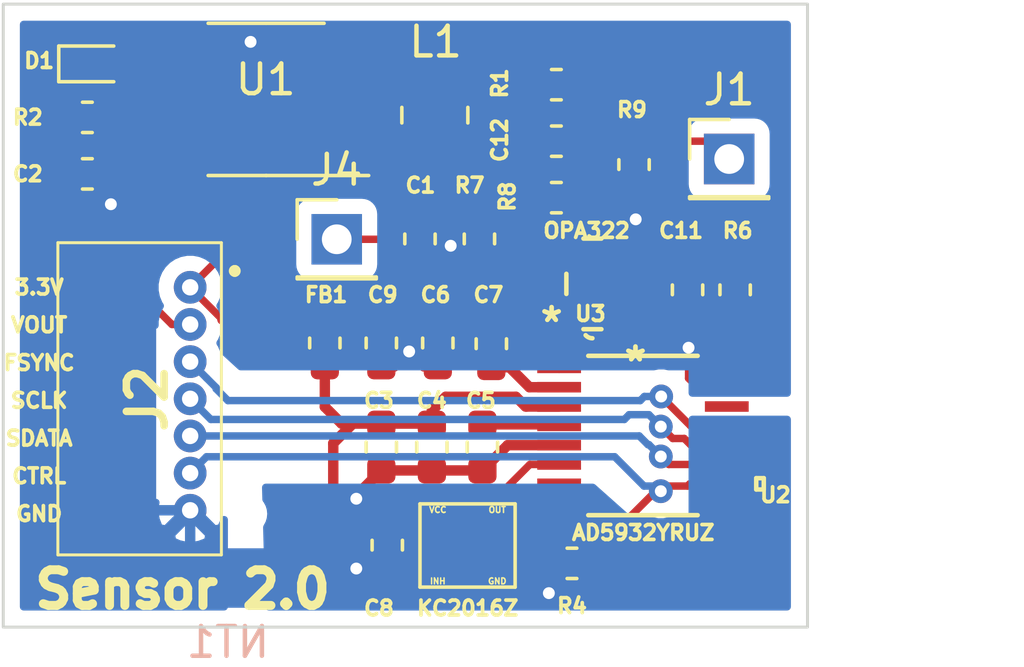
<source format=kicad_pcb>
(kicad_pcb (version 20171130) (host pcbnew "(5.1.5)-3")

  (general
    (thickness 1.6)
    (drawings 10)
    (tracks 185)
    (zones 0)
    (modules 29)
    (nets 30)
  )

  (page A4)
  (layers
    (0 F.Cu signal)
    (31 B.Cu signal)
    (32 B.Adhes user)
    (33 F.Adhes user)
    (34 B.Paste user)
    (35 F.Paste user)
    (36 B.SilkS user)
    (37 F.SilkS user)
    (38 B.Mask user)
    (39 F.Mask user)
    (40 Dwgs.User user hide)
    (41 Cmts.User user)
    (42 Eco1.User user)
    (43 Eco2.User user)
    (44 Edge.Cuts user)
    (45 Margin user)
    (46 B.CrtYd user)
    (47 F.CrtYd user)
    (48 B.Fab user)
    (49 F.Fab user hide)
  )

  (setup
    (last_trace_width 0.25)
    (trace_clearance 0.2)
    (zone_clearance 0.508)
    (zone_45_only no)
    (trace_min 0.2)
    (via_size 0.8)
    (via_drill 0.4)
    (via_min_size 0.4)
    (via_min_drill 0.3)
    (uvia_size 0.3)
    (uvia_drill 0.1)
    (uvias_allowed no)
    (uvia_min_size 0.2)
    (uvia_min_drill 0.1)
    (edge_width 0.1)
    (segment_width 0.2)
    (pcb_text_width 0.3)
    (pcb_text_size 1.5 1.5)
    (mod_edge_width 0.15)
    (mod_text_size 1 1)
    (mod_text_width 0.15)
    (pad_size 1.524 1.524)
    (pad_drill 0.762)
    (pad_to_mask_clearance 0)
    (aux_axis_origin 0 0)
    (visible_elements 7FFFFFFF)
    (pcbplotparams
      (layerselection 0x010fc_ffffffff)
      (usegerberextensions false)
      (usegerberattributes false)
      (usegerberadvancedattributes false)
      (creategerberjobfile false)
      (excludeedgelayer true)
      (linewidth 0.100000)
      (plotframeref false)
      (viasonmask false)
      (mode 1)
      (useauxorigin false)
      (hpglpennumber 1)
      (hpglpenspeed 20)
      (hpglpendiameter 15.000000)
      (psnegative false)
      (psa4output false)
      (plotreference true)
      (plotvalue true)
      (plotinvisibletext false)
      (padsonsilk false)
      (subtractmaskfromsilk false)
      (outputformat 1)
      (mirror false)
      (drillshape 0)
      (scaleselection 1)
      (outputdirectory ""))
  )

  (net 0 "")
  (net 1 GNDA)
  (net 2 ELECTRODE)
  (net 3 VOUT)
  (net 4 DVDD)
  (net 5 GNDD)
  (net 6 "Net-(C5-Pad1)")
  (net 7 +3V3)
  (net 8 "Net-(C7-Pad1)")
  (net 9 "Net-(C11-Pad1)")
  (net 10 "Net-(C12-Pad2)")
  (net 11 "Net-(C12-Pad1)")
  (net 12 "Net-(D1-Pad2)")
  (net 13 CTRL)
  (net 14 SDATA)
  (net 15 SCLK)
  (net 16 FSYNC)
  (net 17 "Net-(L1-Pad1)")
  (net 18 SIGNAL)
  (net 19 "Net-(R7-Pad1)")
  (net 20 "Net-(U1-Pad2)")
  (net 21 "Net-(U1-Pad3)")
  (net 22 "Net-(U1-Pad6)")
  (net 23 "Net-(U1-Pad7)")
  (net 24 STANDBY)
  (net 25 INTERRUPT)
  (net 26 MSBOUT)
  (net 27 SYNCOUT)
  (net 28 MCLK)
  (net 29 "Net-(U4-Pad1)")

  (net_class Default "This is the default net class."
    (clearance 0.2)
    (trace_width 0.25)
    (via_dia 0.8)
    (via_drill 0.4)
    (uvia_dia 0.3)
    (uvia_drill 0.1)
    (add_net +3V3)
    (add_net CTRL)
    (add_net DVDD)
    (add_net ELECTRODE)
    (add_net FSYNC)
    (add_net GNDA)
    (add_net GNDD)
    (add_net INTERRUPT)
    (add_net MCLK)
    (add_net MSBOUT)
    (add_net "Net-(C11-Pad1)")
    (add_net "Net-(C12-Pad1)")
    (add_net "Net-(C12-Pad2)")
    (add_net "Net-(C5-Pad1)")
    (add_net "Net-(C7-Pad1)")
    (add_net "Net-(D1-Pad2)")
    (add_net "Net-(L1-Pad1)")
    (add_net "Net-(R7-Pad1)")
    (add_net "Net-(U1-Pad2)")
    (add_net "Net-(U1-Pad3)")
    (add_net "Net-(U1-Pad6)")
    (add_net "Net-(U1-Pad7)")
    (add_net "Net-(U4-Pad1)")
    (add_net SCLK)
    (add_net SDATA)
    (add_net SIGNAL)
    (add_net STANDBY)
    (add_net SYNCOUT)
    (add_net VOUT)
  )

  (module NetTie:NetTie-2_SMD_Pad2.0mm (layer B.Cu) (tedit 5A1CF73E) (tstamp 5FB2E14D)
    (at 117.348 91.694)
    (descr "Net tie, 2 pin, 2.0mm square SMD pads")
    (tags "net tie")
    (path /5F780D55)
    (attr virtual)
    (fp_text reference NT1 (at -0.508 2.159) (layer B.SilkS)
      (effects (font (size 1 1) (thickness 0.15)) (justify mirror))
    )
    (fp_text value Net-Tie_2 (at 0 -2) (layer B.Fab)
      (effects (font (size 1 1) (thickness 0.15)) (justify mirror))
    )
    (fp_poly (pts (xy -2 1) (xy 2 1) (xy 2 -1) (xy -2 -1)) (layer B.Cu) (width 0))
    (fp_line (start -3.25 -1.25) (end -3.25 1.25) (layer B.CrtYd) (width 0.05))
    (fp_line (start 3.25 -1.25) (end -3.25 -1.25) (layer B.CrtYd) (width 0.05))
    (fp_line (start 3.25 1.25) (end 3.25 -1.25) (layer B.CrtYd) (width 0.05))
    (fp_line (start -3.25 1.25) (end 3.25 1.25) (layer B.CrtYd) (width 0.05))
    (pad 1 smd circle (at -2 0) (size 2 2) (layers B.Cu)
      (net 1 GNDA))
    (pad 2 smd circle (at 2 0) (size 2 2) (layers B.Cu)
      (net 5 GNDD))
  )

  (module Capacitor_SMD:C_0603_1608Metric (layer F.Cu) (tedit 5B301BBE) (tstamp 5FB177E2)
    (at 123.3 80.2875 270)
    (descr "Capacitor SMD 0603 (1608 Metric), square (rectangular) end terminal, IPC_7351 nominal, (Body size source: http://www.tortai-tech.com/upload/download/2011102023233369053.pdf), generated with kicad-footprint-generator")
    (tags capacitor)
    (path /5F611C3C)
    (attr smd)
    (fp_text reference C1 (at -1.8015 -0.017 180) (layer F.SilkS)
      (effects (font (size 0.5 0.5) (thickness 0.125)))
    )
    (fp_text value 10p (at 0 1.43 90) (layer F.Fab)
      (effects (font (size 1 1) (thickness 0.15)))
    )
    (fp_text user %R (at 0 0 90) (layer F.Fab)
      (effects (font (size 0.4 0.4) (thickness 0.06)))
    )
    (fp_line (start 1.48 0.73) (end -1.48 0.73) (layer F.CrtYd) (width 0.05))
    (fp_line (start 1.48 -0.73) (end 1.48 0.73) (layer F.CrtYd) (width 0.05))
    (fp_line (start -1.48 -0.73) (end 1.48 -0.73) (layer F.CrtYd) (width 0.05))
    (fp_line (start -1.48 0.73) (end -1.48 -0.73) (layer F.CrtYd) (width 0.05))
    (fp_line (start -0.162779 0.51) (end 0.162779 0.51) (layer F.SilkS) (width 0.12))
    (fp_line (start -0.162779 -0.51) (end 0.162779 -0.51) (layer F.SilkS) (width 0.12))
    (fp_line (start 0.8 0.4) (end -0.8 0.4) (layer F.Fab) (width 0.1))
    (fp_line (start 0.8 -0.4) (end 0.8 0.4) (layer F.Fab) (width 0.1))
    (fp_line (start -0.8 -0.4) (end 0.8 -0.4) (layer F.Fab) (width 0.1))
    (fp_line (start -0.8 0.4) (end -0.8 -0.4) (layer F.Fab) (width 0.1))
    (pad 2 smd roundrect (at 0.7875 0 270) (size 0.875 0.95) (layers F.Cu F.Paste F.Mask) (roundrect_rratio 0.25)
      (net 1 GNDA))
    (pad 1 smd roundrect (at -0.7875 0 270) (size 0.875 0.95) (layers F.Cu F.Paste F.Mask) (roundrect_rratio 0.25)
      (net 2 ELECTRODE))
    (model ${KISYS3DMOD}/Capacitor_SMD.3dshapes/C_0603_1608Metric.wrl
      (at (xyz 0 0 0))
      (scale (xyz 1 1 1))
      (rotate (xyz 0 0 0))
    )
  )

  (module Capacitor_SMD:C_0603_1608Metric (layer F.Cu) (tedit 5B301BBE) (tstamp 5FB177F3)
    (at 112.1125 78.1)
    (descr "Capacitor SMD 0603 (1608 Metric), square (rectangular) end terminal, IPC_7351 nominal, (Body size source: http://www.tortai-tech.com/upload/download/2011102023233369053.pdf), generated with kicad-footprint-generator")
    (tags capacitor)
    (path /5F615DD6)
    (attr smd)
    (fp_text reference C2 (at -2.0035 0.005) (layer F.SilkS)
      (effects (font (size 0.5 0.5) (thickness 0.125)))
    )
    (fp_text value 1u (at 0 1.43) (layer F.Fab)
      (effects (font (size 1 1) (thickness 0.15)))
    )
    (fp_line (start -0.8 0.4) (end -0.8 -0.4) (layer F.Fab) (width 0.1))
    (fp_line (start -0.8 -0.4) (end 0.8 -0.4) (layer F.Fab) (width 0.1))
    (fp_line (start 0.8 -0.4) (end 0.8 0.4) (layer F.Fab) (width 0.1))
    (fp_line (start 0.8 0.4) (end -0.8 0.4) (layer F.Fab) (width 0.1))
    (fp_line (start -0.162779 -0.51) (end 0.162779 -0.51) (layer F.SilkS) (width 0.12))
    (fp_line (start -0.162779 0.51) (end 0.162779 0.51) (layer F.SilkS) (width 0.12))
    (fp_line (start -1.48 0.73) (end -1.48 -0.73) (layer F.CrtYd) (width 0.05))
    (fp_line (start -1.48 -0.73) (end 1.48 -0.73) (layer F.CrtYd) (width 0.05))
    (fp_line (start 1.48 -0.73) (end 1.48 0.73) (layer F.CrtYd) (width 0.05))
    (fp_line (start 1.48 0.73) (end -1.48 0.73) (layer F.CrtYd) (width 0.05))
    (fp_text user %R (at 0 0) (layer F.Fab)
      (effects (font (size 0.4 0.4) (thickness 0.06)))
    )
    (pad 1 smd roundrect (at -0.7875 0) (size 0.875 0.95) (layers F.Cu F.Paste F.Mask) (roundrect_rratio 0.25)
      (net 3 VOUT))
    (pad 2 smd roundrect (at 0.7875 0) (size 0.875 0.95) (layers F.Cu F.Paste F.Mask) (roundrect_rratio 0.25)
      (net 1 GNDA))
    (model ${KISYS3DMOD}/Capacitor_SMD.3dshapes/C_0603_1608Metric.wrl
      (at (xyz 0 0 0))
      (scale (xyz 1 1 1))
      (rotate (xyz 0 0 0))
    )
  )

  (module Capacitor_SMD:C_0603_1608Metric (layer F.Cu) (tedit 5B301BBE) (tstamp 5FB17804)
    (at 122 87.2875 90)
    (descr "Capacitor SMD 0603 (1608 Metric), square (rectangular) end terminal, IPC_7351 nominal, (Body size source: http://www.tortai-tech.com/upload/download/2011102023233369053.pdf), generated with kicad-footprint-generator")
    (tags capacitor)
    (path /5F6614C5)
    (attr smd)
    (fp_text reference C3 (at 1.5625 -0.08) (layer F.SilkS)
      (effects (font (size 0.5 0.5) (thickness 0.125)))
    )
    (fp_text value 100nF (at 0 1.43 90) (layer F.Fab)
      (effects (font (size 1 1) (thickness 0.15)))
    )
    (fp_text user %R (at 0 0 90) (layer F.Fab)
      (effects (font (size 0.4 0.4) (thickness 0.06)))
    )
    (fp_line (start 1.48 0.73) (end -1.48 0.73) (layer F.CrtYd) (width 0.05))
    (fp_line (start 1.48 -0.73) (end 1.48 0.73) (layer F.CrtYd) (width 0.05))
    (fp_line (start -1.48 -0.73) (end 1.48 -0.73) (layer F.CrtYd) (width 0.05))
    (fp_line (start -1.48 0.73) (end -1.48 -0.73) (layer F.CrtYd) (width 0.05))
    (fp_line (start -0.162779 0.51) (end 0.162779 0.51) (layer F.SilkS) (width 0.12))
    (fp_line (start -0.162779 -0.51) (end 0.162779 -0.51) (layer F.SilkS) (width 0.12))
    (fp_line (start 0.8 0.4) (end -0.8 0.4) (layer F.Fab) (width 0.1))
    (fp_line (start 0.8 -0.4) (end 0.8 0.4) (layer F.Fab) (width 0.1))
    (fp_line (start -0.8 -0.4) (end 0.8 -0.4) (layer F.Fab) (width 0.1))
    (fp_line (start -0.8 0.4) (end -0.8 -0.4) (layer F.Fab) (width 0.1))
    (pad 2 smd roundrect (at 0.7875 0 90) (size 0.875 0.95) (layers F.Cu F.Paste F.Mask) (roundrect_rratio 0.25)
      (net 4 DVDD))
    (pad 1 smd roundrect (at -0.7875 0 90) (size 0.875 0.95) (layers F.Cu F.Paste F.Mask) (roundrect_rratio 0.25)
      (net 5 GNDD))
    (model ${KISYS3DMOD}/Capacitor_SMD.3dshapes/C_0603_1608Metric.wrl
      (at (xyz 0 0 0))
      (scale (xyz 1 1 1))
      (rotate (xyz 0 0 0))
    )
  )

  (module Capacitor_SMD:C_0603_1608Metric (layer F.Cu) (tedit 5B301BBE) (tstamp 5FB17815)
    (at 123.7 87.2875 90)
    (descr "Capacitor SMD 0603 (1608 Metric), square (rectangular) end terminal, IPC_7351 nominal, (Body size source: http://www.tortai-tech.com/upload/download/2011102023233369053.pdf), generated with kicad-footprint-generator")
    (tags capacitor)
    (path /5F6614CB)
    (attr smd)
    (fp_text reference C4 (at 1.5625 -0.002) (layer F.SilkS)
      (effects (font (size 0.5 0.5) (thickness 0.125)))
    )
    (fp_text value 10uF (at 0 1.43 90) (layer F.Fab)
      (effects (font (size 1 1) (thickness 0.15)))
    )
    (fp_line (start -0.8 0.4) (end -0.8 -0.4) (layer F.Fab) (width 0.1))
    (fp_line (start -0.8 -0.4) (end 0.8 -0.4) (layer F.Fab) (width 0.1))
    (fp_line (start 0.8 -0.4) (end 0.8 0.4) (layer F.Fab) (width 0.1))
    (fp_line (start 0.8 0.4) (end -0.8 0.4) (layer F.Fab) (width 0.1))
    (fp_line (start -0.162779 -0.51) (end 0.162779 -0.51) (layer F.SilkS) (width 0.12))
    (fp_line (start -0.162779 0.51) (end 0.162779 0.51) (layer F.SilkS) (width 0.12))
    (fp_line (start -1.48 0.73) (end -1.48 -0.73) (layer F.CrtYd) (width 0.05))
    (fp_line (start -1.48 -0.73) (end 1.48 -0.73) (layer F.CrtYd) (width 0.05))
    (fp_line (start 1.48 -0.73) (end 1.48 0.73) (layer F.CrtYd) (width 0.05))
    (fp_line (start 1.48 0.73) (end -1.48 0.73) (layer F.CrtYd) (width 0.05))
    (fp_text user %R (at 0 0 90) (layer F.Fab)
      (effects (font (size 0.4 0.4) (thickness 0.06)))
    )
    (pad 1 smd roundrect (at -0.7875 0 90) (size 0.875 0.95) (layers F.Cu F.Paste F.Mask) (roundrect_rratio 0.25)
      (net 5 GNDD))
    (pad 2 smd roundrect (at 0.7875 0 90) (size 0.875 0.95) (layers F.Cu F.Paste F.Mask) (roundrect_rratio 0.25)
      (net 4 DVDD))
    (model ${KISYS3DMOD}/Capacitor_SMD.3dshapes/C_0603_1608Metric.wrl
      (at (xyz 0 0 0))
      (scale (xyz 1 1 1))
      (rotate (xyz 0 0 0))
    )
  )

  (module Capacitor_SMD:C_0603_1608Metric (layer F.Cu) (tedit 5B301BBE) (tstamp 5FB17826)
    (at 125.4 87.2875 270)
    (descr "Capacitor SMD 0603 (1608 Metric), square (rectangular) end terminal, IPC_7351 nominal, (Body size source: http://www.tortai-tech.com/upload/download/2011102023233369053.pdf), generated with kicad-footprint-generator")
    (tags capacitor)
    (path /5F63D74D)
    (attr smd)
    (fp_text reference C5 (at -1.5625 0.051 180) (layer F.SilkS)
      (effects (font (size 0.5 0.5) (thickness 0.125)))
    )
    (fp_text value 100nF (at 0 1.43 90) (layer F.Fab)
      (effects (font (size 1 1) (thickness 0.15)))
    )
    (fp_text user %R (at 0 0 90) (layer F.Fab)
      (effects (font (size 0.4 0.4) (thickness 0.06)))
    )
    (fp_line (start 1.48 0.73) (end -1.48 0.73) (layer F.CrtYd) (width 0.05))
    (fp_line (start 1.48 -0.73) (end 1.48 0.73) (layer F.CrtYd) (width 0.05))
    (fp_line (start -1.48 -0.73) (end 1.48 -0.73) (layer F.CrtYd) (width 0.05))
    (fp_line (start -1.48 0.73) (end -1.48 -0.73) (layer F.CrtYd) (width 0.05))
    (fp_line (start -0.162779 0.51) (end 0.162779 0.51) (layer F.SilkS) (width 0.12))
    (fp_line (start -0.162779 -0.51) (end 0.162779 -0.51) (layer F.SilkS) (width 0.12))
    (fp_line (start 0.8 0.4) (end -0.8 0.4) (layer F.Fab) (width 0.1))
    (fp_line (start 0.8 -0.4) (end 0.8 0.4) (layer F.Fab) (width 0.1))
    (fp_line (start -0.8 -0.4) (end 0.8 -0.4) (layer F.Fab) (width 0.1))
    (fp_line (start -0.8 0.4) (end -0.8 -0.4) (layer F.Fab) (width 0.1))
    (pad 2 smd roundrect (at 0.7875 0 270) (size 0.875 0.95) (layers F.Cu F.Paste F.Mask) (roundrect_rratio 0.25)
      (net 5 GNDD))
    (pad 1 smd roundrect (at -0.7875 0 270) (size 0.875 0.95) (layers F.Cu F.Paste F.Mask) (roundrect_rratio 0.25)
      (net 6 "Net-(C5-Pad1)"))
    (model ${KISYS3DMOD}/Capacitor_SMD.3dshapes/C_0603_1608Metric.wrl
      (at (xyz 0 0 0))
      (scale (xyz 1 1 1))
      (rotate (xyz 0 0 0))
    )
  )

  (module Capacitor_SMD:C_0603_1608Metric (layer F.Cu) (tedit 5B301BBE) (tstamp 5FB17837)
    (at 123.9 83.7875 270)
    (descr "Capacitor SMD 0603 (1608 Metric), square (rectangular) end terminal, IPC_7351 nominal, (Body size source: http://www.tortai-tech.com/upload/download/2011102023233369053.pdf), generated with kicad-footprint-generator")
    (tags capacitor)
    (path /5F66C79E)
    (attr smd)
    (fp_text reference C6 (at -1.6185 0.075) (layer F.SilkS)
      (effects (font (size 0.5 0.5) (thickness 0.125)))
    )
    (fp_text value 10uF (at 0 1.43 90) (layer F.Fab)
      (effects (font (size 1 1) (thickness 0.15)))
    )
    (fp_line (start -0.8 0.4) (end -0.8 -0.4) (layer F.Fab) (width 0.1))
    (fp_line (start -0.8 -0.4) (end 0.8 -0.4) (layer F.Fab) (width 0.1))
    (fp_line (start 0.8 -0.4) (end 0.8 0.4) (layer F.Fab) (width 0.1))
    (fp_line (start 0.8 0.4) (end -0.8 0.4) (layer F.Fab) (width 0.1))
    (fp_line (start -0.162779 -0.51) (end 0.162779 -0.51) (layer F.SilkS) (width 0.12))
    (fp_line (start -0.162779 0.51) (end 0.162779 0.51) (layer F.SilkS) (width 0.12))
    (fp_line (start -1.48 0.73) (end -1.48 -0.73) (layer F.CrtYd) (width 0.05))
    (fp_line (start -1.48 -0.73) (end 1.48 -0.73) (layer F.CrtYd) (width 0.05))
    (fp_line (start 1.48 -0.73) (end 1.48 0.73) (layer F.CrtYd) (width 0.05))
    (fp_line (start 1.48 0.73) (end -1.48 0.73) (layer F.CrtYd) (width 0.05))
    (fp_text user %R (at 0 0 90) (layer F.Fab)
      (effects (font (size 0.4 0.4) (thickness 0.06)))
    )
    (pad 1 smd roundrect (at -0.7875 0 270) (size 0.875 0.95) (layers F.Cu F.Paste F.Mask) (roundrect_rratio 0.25)
      (net 7 +3V3))
    (pad 2 smd roundrect (at 0.7875 0 270) (size 0.875 0.95) (layers F.Cu F.Paste F.Mask) (roundrect_rratio 0.25)
      (net 1 GNDA))
    (model ${KISYS3DMOD}/Capacitor_SMD.3dshapes/C_0603_1608Metric.wrl
      (at (xyz 0 0 0))
      (scale (xyz 1 1 1))
      (rotate (xyz 0 0 0))
    )
  )

  (module Capacitor_SMD:C_0603_1608Metric (layer F.Cu) (tedit 5B301BBE) (tstamp 5FB17848)
    (at 125.7 83.8125 270)
    (descr "Capacitor SMD 0603 (1608 Metric), square (rectangular) end terminal, IPC_7351 nominal, (Body size source: http://www.tortai-tech.com/upload/download/2011102023233369053.pdf), generated with kicad-footprint-generator")
    (tags capacitor)
    (path /5F65D5C2)
    (attr smd)
    (fp_text reference C7 (at -1.6435 0.097) (layer F.SilkS)
      (effects (font (size 0.5 0.5) (thickness 0.125)))
    )
    (fp_text value 10nF (at 0 1.43 90) (layer F.Fab)
      (effects (font (size 1 1) (thickness 0.15)))
    )
    (fp_line (start -0.8 0.4) (end -0.8 -0.4) (layer F.Fab) (width 0.1))
    (fp_line (start -0.8 -0.4) (end 0.8 -0.4) (layer F.Fab) (width 0.1))
    (fp_line (start 0.8 -0.4) (end 0.8 0.4) (layer F.Fab) (width 0.1))
    (fp_line (start 0.8 0.4) (end -0.8 0.4) (layer F.Fab) (width 0.1))
    (fp_line (start -0.162779 -0.51) (end 0.162779 -0.51) (layer F.SilkS) (width 0.12))
    (fp_line (start -0.162779 0.51) (end 0.162779 0.51) (layer F.SilkS) (width 0.12))
    (fp_line (start -1.48 0.73) (end -1.48 -0.73) (layer F.CrtYd) (width 0.05))
    (fp_line (start -1.48 -0.73) (end 1.48 -0.73) (layer F.CrtYd) (width 0.05))
    (fp_line (start 1.48 -0.73) (end 1.48 0.73) (layer F.CrtYd) (width 0.05))
    (fp_line (start 1.48 0.73) (end -1.48 0.73) (layer F.CrtYd) (width 0.05))
    (fp_text user %R (at 0 0 90) (layer F.Fab)
      (effects (font (size 0.4 0.4) (thickness 0.06)))
    )
    (pad 1 smd roundrect (at -0.7875 0 270) (size 0.875 0.95) (layers F.Cu F.Paste F.Mask) (roundrect_rratio 0.25)
      (net 8 "Net-(C7-Pad1)"))
    (pad 2 smd roundrect (at 0.7875 0 270) (size 0.875 0.95) (layers F.Cu F.Paste F.Mask) (roundrect_rratio 0.25)
      (net 7 +3V3))
    (model ${KISYS3DMOD}/Capacitor_SMD.3dshapes/C_0603_1608Metric.wrl
      (at (xyz 0 0 0))
      (scale (xyz 1 1 1))
      (rotate (xyz 0 0 0))
    )
  )

  (module Capacitor_SMD:C_0603_1608Metric (layer F.Cu) (tedit 5B301BBE) (tstamp 5FB17859)
    (at 122 83.7875 270)
    (descr "Capacitor SMD 0603 (1608 Metric), square (rectangular) end terminal, IPC_7351 nominal, (Body size source: http://www.tortai-tech.com/upload/download/2011102023233369053.pdf), generated with kicad-footprint-generator")
    (tags capacitor)
    (path /5F66C798)
    (attr smd)
    (fp_text reference C9 (at -1.6185 -0.047) (layer F.SilkS)
      (effects (font (size 0.5 0.5) (thickness 0.125)))
    )
    (fp_text value 100nF (at 0 1.43 90) (layer F.Fab)
      (effects (font (size 1 1) (thickness 0.15)))
    )
    (fp_text user %R (at 0 0 90) (layer F.Fab)
      (effects (font (size 0.4 0.4) (thickness 0.06)))
    )
    (fp_line (start 1.48 0.73) (end -1.48 0.73) (layer F.CrtYd) (width 0.05))
    (fp_line (start 1.48 -0.73) (end 1.48 0.73) (layer F.CrtYd) (width 0.05))
    (fp_line (start -1.48 -0.73) (end 1.48 -0.73) (layer F.CrtYd) (width 0.05))
    (fp_line (start -1.48 0.73) (end -1.48 -0.73) (layer F.CrtYd) (width 0.05))
    (fp_line (start -0.162779 0.51) (end 0.162779 0.51) (layer F.SilkS) (width 0.12))
    (fp_line (start -0.162779 -0.51) (end 0.162779 -0.51) (layer F.SilkS) (width 0.12))
    (fp_line (start 0.8 0.4) (end -0.8 0.4) (layer F.Fab) (width 0.1))
    (fp_line (start 0.8 -0.4) (end 0.8 0.4) (layer F.Fab) (width 0.1))
    (fp_line (start -0.8 -0.4) (end 0.8 -0.4) (layer F.Fab) (width 0.1))
    (fp_line (start -0.8 0.4) (end -0.8 -0.4) (layer F.Fab) (width 0.1))
    (pad 2 smd roundrect (at 0.7875 0 270) (size 0.875 0.95) (layers F.Cu F.Paste F.Mask) (roundrect_rratio 0.25)
      (net 1 GNDA))
    (pad 1 smd roundrect (at -0.7875 0 270) (size 0.875 0.95) (layers F.Cu F.Paste F.Mask) (roundrect_rratio 0.25)
      (net 7 +3V3))
    (model ${KISYS3DMOD}/Capacitor_SMD.3dshapes/C_0603_1608Metric.wrl
      (at (xyz 0 0 0))
      (scale (xyz 1 1 1))
      (rotate (xyz 0 0 0))
    )
  )

  (module Capacitor_SMD:C_0603_1608Metric (layer F.Cu) (tedit 5B301BBE) (tstamp 5FB1786A)
    (at 132.3 82 270)
    (descr "Capacitor SMD 0603 (1608 Metric), square (rectangular) end terminal, IPC_7351 nominal, (Body size source: http://www.tortai-tech.com/upload/download/2011102023233369053.pdf), generated with kicad-footprint-generator")
    (tags capacitor)
    (path /5FB68504)
    (attr smd)
    (fp_text reference C11 (at -1.99 0.22 180) (layer F.SilkS)
      (effects (font (size 0.5 0.5) (thickness 0.125)))
    )
    (fp_text value 200p (at 0 1.43 90) (layer F.Fab)
      (effects (font (size 1 1) (thickness 0.15)))
    )
    (fp_line (start -0.8 0.4) (end -0.8 -0.4) (layer F.Fab) (width 0.1))
    (fp_line (start -0.8 -0.4) (end 0.8 -0.4) (layer F.Fab) (width 0.1))
    (fp_line (start 0.8 -0.4) (end 0.8 0.4) (layer F.Fab) (width 0.1))
    (fp_line (start 0.8 0.4) (end -0.8 0.4) (layer F.Fab) (width 0.1))
    (fp_line (start -0.162779 -0.51) (end 0.162779 -0.51) (layer F.SilkS) (width 0.12))
    (fp_line (start -0.162779 0.51) (end 0.162779 0.51) (layer F.SilkS) (width 0.12))
    (fp_line (start -1.48 0.73) (end -1.48 -0.73) (layer F.CrtYd) (width 0.05))
    (fp_line (start -1.48 -0.73) (end 1.48 -0.73) (layer F.CrtYd) (width 0.05))
    (fp_line (start 1.48 -0.73) (end 1.48 0.73) (layer F.CrtYd) (width 0.05))
    (fp_line (start 1.48 0.73) (end -1.48 0.73) (layer F.CrtYd) (width 0.05))
    (fp_text user %R (at 0 0 90) (layer F.Fab)
      (effects (font (size 0.4 0.4) (thickness 0.06)))
    )
    (pad 1 smd roundrect (at -0.7875 0 270) (size 0.875 0.95) (layers F.Cu F.Paste F.Mask) (roundrect_rratio 0.25)
      (net 9 "Net-(C11-Pad1)"))
    (pad 2 smd roundrect (at 0.7875 0 270) (size 0.875 0.95) (layers F.Cu F.Paste F.Mask) (roundrect_rratio 0.25)
      (net 1 GNDA))
    (model ${KISYS3DMOD}/Capacitor_SMD.3dshapes/C_0603_1608Metric.wrl
      (at (xyz 0 0 0))
      (scale (xyz 1 1 1))
      (rotate (xyz 0 0 0))
    )
  )

  (module Capacitor_SMD:C_0603_1608Metric (layer F.Cu) (tedit 5B301BBE) (tstamp 5FB1B96E)
    (at 127.8875 77 180)
    (descr "Capacitor SMD 0603 (1608 Metric), square (rectangular) end terminal, IPC_7351 nominal, (Body size source: http://www.tortai-tech.com/upload/download/2011102023233369053.pdf), generated with kicad-footprint-generator")
    (tags capacitor)
    (path /5FB6EEC6)
    (attr smd)
    (fp_text reference C12 (at 1.9035 0.038 90) (layer F.SilkS)
      (effects (font (size 0.5 0.5) (thickness 0.125)))
    )
    (fp_text value 320p (at 0 1.43) (layer F.Fab)
      (effects (font (size 1 1) (thickness 0.15)))
    )
    (fp_text user %R (at 0 0) (layer F.Fab)
      (effects (font (size 0.4 0.4) (thickness 0.06)))
    )
    (fp_line (start 1.48 0.73) (end -1.48 0.73) (layer F.CrtYd) (width 0.05))
    (fp_line (start 1.48 -0.73) (end 1.48 0.73) (layer F.CrtYd) (width 0.05))
    (fp_line (start -1.48 -0.73) (end 1.48 -0.73) (layer F.CrtYd) (width 0.05))
    (fp_line (start -1.48 0.73) (end -1.48 -0.73) (layer F.CrtYd) (width 0.05))
    (fp_line (start -0.162779 0.51) (end 0.162779 0.51) (layer F.SilkS) (width 0.12))
    (fp_line (start -0.162779 -0.51) (end 0.162779 -0.51) (layer F.SilkS) (width 0.12))
    (fp_line (start 0.8 0.4) (end -0.8 0.4) (layer F.Fab) (width 0.1))
    (fp_line (start 0.8 -0.4) (end 0.8 0.4) (layer F.Fab) (width 0.1))
    (fp_line (start -0.8 -0.4) (end 0.8 -0.4) (layer F.Fab) (width 0.1))
    (fp_line (start -0.8 0.4) (end -0.8 -0.4) (layer F.Fab) (width 0.1))
    (pad 2 smd roundrect (at 0.7875 0 180) (size 0.875 0.95) (layers F.Cu F.Paste F.Mask) (roundrect_rratio 0.25)
      (net 10 "Net-(C12-Pad2)"))
    (pad 1 smd roundrect (at -0.7875 0 180) (size 0.875 0.95) (layers F.Cu F.Paste F.Mask) (roundrect_rratio 0.25)
      (net 11 "Net-(C12-Pad1)"))
    (model ${KISYS3DMOD}/Capacitor_SMD.3dshapes/C_0603_1608Metric.wrl
      (at (xyz 0 0 0))
      (scale (xyz 1 1 1))
      (rotate (xyz 0 0 0))
    )
  )

  (module Diode_SMD:D_SOD-523 (layer F.Cu) (tedit 586419F0) (tstamp 5FB17893)
    (at 112.3 74.4)
    (descr "http://www.diodes.com/datasheets/ap02001.pdf p.144")
    (tags "Diode SOD523")
    (path /5F61BA3C)
    (attr smd)
    (fp_text reference D1 (at -1.81 -0.105) (layer F.SilkS)
      (effects (font (size 0.5 0.5) (thickness 0.125)))
    )
    (fp_text value 1N914 (at 0 1.4) (layer F.Fab)
      (effects (font (size 1 1) (thickness 0.15)))
    )
    (fp_text user %R (at 0 -1.3) (layer F.Fab)
      (effects (font (size 1 1) (thickness 0.15)))
    )
    (fp_line (start -1.15 -0.6) (end -1.15 0.6) (layer F.SilkS) (width 0.12))
    (fp_line (start 1.25 -0.7) (end 1.25 0.7) (layer F.CrtYd) (width 0.05))
    (fp_line (start -1.25 -0.7) (end 1.25 -0.7) (layer F.CrtYd) (width 0.05))
    (fp_line (start -1.25 0.7) (end -1.25 -0.7) (layer F.CrtYd) (width 0.05))
    (fp_line (start 1.25 0.7) (end -1.25 0.7) (layer F.CrtYd) (width 0.05))
    (fp_line (start 0.1 0) (end 0.25 0) (layer F.Fab) (width 0.1))
    (fp_line (start 0.1 -0.2) (end -0.2 0) (layer F.Fab) (width 0.1))
    (fp_line (start 0.1 0.2) (end 0.1 -0.2) (layer F.Fab) (width 0.1))
    (fp_line (start -0.2 0) (end 0.1 0.2) (layer F.Fab) (width 0.1))
    (fp_line (start -0.2 0) (end -0.35 0) (layer F.Fab) (width 0.1))
    (fp_line (start -0.2 0.2) (end -0.2 -0.2) (layer F.Fab) (width 0.1))
    (fp_line (start 0.65 -0.45) (end 0.65 0.45) (layer F.Fab) (width 0.1))
    (fp_line (start -0.65 -0.45) (end 0.65 -0.45) (layer F.Fab) (width 0.1))
    (fp_line (start -0.65 0.45) (end -0.65 -0.45) (layer F.Fab) (width 0.1))
    (fp_line (start 0.65 0.45) (end -0.65 0.45) (layer F.Fab) (width 0.1))
    (fp_line (start 0.7 -0.6) (end -1.15 -0.6) (layer F.SilkS) (width 0.12))
    (fp_line (start 0.7 0.6) (end -1.15 0.6) (layer F.SilkS) (width 0.12))
    (pad 2 smd rect (at 0.7 0 180) (size 0.6 0.7) (layers F.Cu F.Paste F.Mask)
      (net 12 "Net-(D1-Pad2)"))
    (pad 1 smd rect (at -0.7 0 180) (size 0.6 0.7) (layers F.Cu F.Paste F.Mask)
      (net 3 VOUT))
    (model ${KISYS3DMOD}/Diode_SMD.3dshapes/D_SOD-523.wrl
      (at (xyz 0 0 0))
      (scale (xyz 1 1 1))
      (rotate (xyz 0 0 0))
    )
  )

  (module Inductor_SMD:L_0603_1608Metric (layer F.Cu) (tedit 5B301BBE) (tstamp 5FB178A4)
    (at 120.1 83.7875 270)
    (descr "Inductor SMD 0603 (1608 Metric), square (rectangular) end terminal, IPC_7351 nominal, (Body size source: http://www.tortai-tech.com/upload/download/2011102023233369053.pdf), generated with kicad-footprint-generator")
    (tags inductor)
    (path /5F669A8F)
    (attr smd)
    (fp_text reference FB1 (at -1.6185 -0.042 180) (layer F.SilkS)
      (effects (font (size 0.5 0.5) (thickness 0.125)))
    )
    (fp_text value Ferrite_Bead (at 0 1.43 90) (layer F.Fab)
      (effects (font (size 1 1) (thickness 0.15)))
    )
    (fp_line (start -0.8 0.4) (end -0.8 -0.4) (layer F.Fab) (width 0.1))
    (fp_line (start -0.8 -0.4) (end 0.8 -0.4) (layer F.Fab) (width 0.1))
    (fp_line (start 0.8 -0.4) (end 0.8 0.4) (layer F.Fab) (width 0.1))
    (fp_line (start 0.8 0.4) (end -0.8 0.4) (layer F.Fab) (width 0.1))
    (fp_line (start -0.162779 -0.51) (end 0.162779 -0.51) (layer F.SilkS) (width 0.12))
    (fp_line (start -0.162779 0.51) (end 0.162779 0.51) (layer F.SilkS) (width 0.12))
    (fp_line (start -1.48 0.73) (end -1.48 -0.73) (layer F.CrtYd) (width 0.05))
    (fp_line (start -1.48 -0.73) (end 1.48 -0.73) (layer F.CrtYd) (width 0.05))
    (fp_line (start 1.48 -0.73) (end 1.48 0.73) (layer F.CrtYd) (width 0.05))
    (fp_line (start 1.48 0.73) (end -1.48 0.73) (layer F.CrtYd) (width 0.05))
    (fp_text user %R (at 0 0 90) (layer F.Fab)
      (effects (font (size 0.4 0.4) (thickness 0.06)))
    )
    (pad 1 smd roundrect (at -0.7875 0 270) (size 0.875 0.95) (layers F.Cu F.Paste F.Mask) (roundrect_rratio 0.25)
      (net 7 +3V3))
    (pad 2 smd roundrect (at 0.7875 0 270) (size 0.875 0.95) (layers F.Cu F.Paste F.Mask) (roundrect_rratio 0.25)
      (net 4 DVDD))
    (model ${KISYS3DMOD}/Inductor_SMD.3dshapes/L_0603_1608Metric.wrl
      (at (xyz 0 0 0))
      (scale (xyz 1 1 1))
      (rotate (xyz 0 0 0))
    )
  )

  (module 0530480710:0530480710 (layer F.Cu) (tedit 0) (tstamp 5FB178D6)
    (at 115.57 81.915 90)
    (descr 0530480710-2)
    (tags Connector)
    (path /5FB94B00)
    (fp_text reference J2 (at -3.75 -1.45 90) (layer F.SilkS)
      (effects (font (size 1.27 1.27) (thickness 0.254)))
    )
    (fp_text value 0530480710 (at -3.75 -1.45 90) (layer F.SilkS) hide
      (effects (font (size 1.27 1.27) (thickness 0.254)))
    )
    (fp_text user %R (at -3.75 -1.45 90) (layer F.Fab)
      (effects (font (size 1.27 1.27) (thickness 0.254)))
    )
    (fp_line (start 1.5 -4.45) (end -9 -4.45) (layer F.Fab) (width 0.2))
    (fp_line (start -9 -4.45) (end -9 1.05) (layer F.Fab) (width 0.2))
    (fp_line (start -9 1.05) (end 1.5 1.05) (layer F.Fab) (width 0.2))
    (fp_line (start 1.5 1.05) (end 1.5 -4.45) (layer F.Fab) (width 0.2))
    (fp_line (start 1.5 -4.45) (end -9 -4.45) (layer F.SilkS) (width 0.1))
    (fp_line (start -9 -4.45) (end -9 1.05) (layer F.SilkS) (width 0.1))
    (fp_line (start -9 1.05) (end 1.5 1.05) (layer F.SilkS) (width 0.1))
    (fp_line (start 1.5 1.05) (end 1.5 -4.45) (layer F.SilkS) (width 0.1))
    (fp_line (start 2.5 -5.45) (end -10 -5.45) (layer F.CrtYd) (width 0.1))
    (fp_line (start -10 -5.45) (end -10 2.55) (layer F.CrtYd) (width 0.1))
    (fp_line (start -10 2.55) (end 2.5 2.55) (layer F.CrtYd) (width 0.1))
    (fp_line (start 2.5 2.55) (end 2.5 -5.45) (layer F.CrtYd) (width 0.1))
    (fp_line (start 0.5 1.5) (end 0.5 1.5) (layer F.SilkS) (width 0.3))
    (fp_line (start 0.6 1.5) (end 0.6 1.5) (layer F.SilkS) (width 0.3))
    (fp_arc (start 0.55 1.5) (end 0.5 1.5) (angle -180) (layer F.SilkS) (width 0.3))
    (fp_arc (start 0.55 1.5) (end 0.6 1.5) (angle -180) (layer F.SilkS) (width 0.3))
    (pad 1 thru_hole circle (at 0 0 90) (size 1.1 1.1) (drill 0.55) (layers *.Cu *.Mask)
      (net 7 +3V3))
    (pad 2 thru_hole circle (at -1.25 0 90) (size 1.1 1.1) (drill 0.55) (layers *.Cu *.Mask)
      (net 3 VOUT))
    (pad 3 thru_hole circle (at -2.5 0 90) (size 1.1 1.1) (drill 0.55) (layers *.Cu *.Mask)
      (net 16 FSYNC))
    (pad 4 thru_hole circle (at -3.75 0 90) (size 1.1 1.1) (drill 0.55) (layers *.Cu *.Mask)
      (net 15 SCLK))
    (pad 5 thru_hole circle (at -5 0 90) (size 1.1 1.1) (drill 0.55) (layers *.Cu *.Mask)
      (net 14 SDATA))
    (pad 6 thru_hole circle (at -6.25 0 90) (size 1.1 1.1) (drill 0.55) (layers *.Cu *.Mask)
      (net 13 CTRL))
    (pad 7 thru_hole circle (at -7.5 0 90) (size 1.1 1.1) (drill 0.55) (layers *.Cu *.Mask)
      (net 1 GNDA))
    (model 0530480710.stp
      (at (xyz 0 0 0))
      (scale (xyz 1 1 1))
      (rotate (xyz 0 0 0))
    )
  )

  (module Connector_PinHeader_2.54mm:PinHeader_1x01_P2.54mm_Vertical (layer F.Cu) (tedit 59FED5CC) (tstamp 5FB17900)
    (at 120.5 80.3)
    (descr "Through hole straight pin header, 1x01, 2.54mm pitch, single row")
    (tags "Through hole pin header THT 1x01 2.54mm single row")
    (path /5F73220D)
    (fp_text reference J4 (at 0 -2.33) (layer F.SilkS)
      (effects (font (size 1 1) (thickness 0.15)))
    )
    (fp_text value Conn_01x01_Male (at 0 2.33) (layer F.Fab)
      (effects (font (size 1 1) (thickness 0.15)))
    )
    (fp_text user %R (at 0 0 90) (layer F.Fab)
      (effects (font (size 1 1) (thickness 0.15)))
    )
    (fp_line (start 1.8 -1.8) (end -1.8 -1.8) (layer F.CrtYd) (width 0.05))
    (fp_line (start 1.8 1.8) (end 1.8 -1.8) (layer F.CrtYd) (width 0.05))
    (fp_line (start -1.8 1.8) (end 1.8 1.8) (layer F.CrtYd) (width 0.05))
    (fp_line (start -1.8 -1.8) (end -1.8 1.8) (layer F.CrtYd) (width 0.05))
    (fp_line (start -1.33 -1.33) (end 0 -1.33) (layer F.SilkS) (width 0.12))
    (fp_line (start -1.33 0) (end -1.33 -1.33) (layer F.SilkS) (width 0.12))
    (fp_line (start -1.33 1.27) (end 1.33 1.27) (layer F.SilkS) (width 0.12))
    (fp_line (start 1.33 1.27) (end 1.33 1.33) (layer F.SilkS) (width 0.12))
    (fp_line (start -1.33 1.27) (end -1.33 1.33) (layer F.SilkS) (width 0.12))
    (fp_line (start -1.33 1.33) (end 1.33 1.33) (layer F.SilkS) (width 0.12))
    (fp_line (start -1.27 -0.635) (end -0.635 -1.27) (layer F.Fab) (width 0.1))
    (fp_line (start -1.27 1.27) (end -1.27 -0.635) (layer F.Fab) (width 0.1))
    (fp_line (start 1.27 1.27) (end -1.27 1.27) (layer F.Fab) (width 0.1))
    (fp_line (start 1.27 -1.27) (end 1.27 1.27) (layer F.Fab) (width 0.1))
    (fp_line (start -0.635 -1.27) (end 1.27 -1.27) (layer F.Fab) (width 0.1))
    (pad 1 thru_hole rect (at 0 0) (size 1.7 1.7) (drill 1) (layers *.Cu *.Mask)
      (net 2 ELECTRODE))
    (model ${KISYS3DMOD}/Connector_PinHeader_2.54mm.3dshapes/PinHeader_1x01_P2.54mm_Vertical.wrl
      (at (xyz 0 0 0))
      (scale (xyz 1 1 1))
      (rotate (xyz 0 0 0))
    )
  )

  (module Inductor_SMD:L_1008_2520Metric (layer F.Cu) (tedit 5D4AF589) (tstamp 5FB17927)
    (at 123.8 76.125 270)
    (descr "Inductor SMD 1008 (2520 Metric), square (rectangular) end terminal, IPC_7351 nominal, (Body size source: https://ecsxtal.com/store/pdf/ECS-MPI2520-SMD-POWER-INDUCTOR.pdf), generated with kicad-footprint-generator")
    (tags inductor)
    (path /5F61174B)
    (attr smd)
    (fp_text reference L1 (at -2.465 -0.025 180) (layer F.SilkS)
      (effects (font (size 1 1) (thickness 0.15)))
    )
    (fp_text value 1m (at 0 2.05 90) (layer F.Fab)
      (effects (font (size 1 1) (thickness 0.15)))
    )
    (fp_line (start -1.25 1) (end -1.25 -1) (layer F.Fab) (width 0.1))
    (fp_line (start -1.25 -1) (end 1.25 -1) (layer F.Fab) (width 0.1))
    (fp_line (start 1.25 -1) (end 1.25 1) (layer F.Fab) (width 0.1))
    (fp_line (start 1.25 1) (end -1.25 1) (layer F.Fab) (width 0.1))
    (fp_line (start -0.261252 -1.11) (end 0.261252 -1.11) (layer F.SilkS) (width 0.12))
    (fp_line (start -0.261252 1.11) (end 0.261252 1.11) (layer F.SilkS) (width 0.12))
    (fp_line (start -1.95 1.35) (end -1.95 -1.35) (layer F.CrtYd) (width 0.05))
    (fp_line (start -1.95 -1.35) (end 1.95 -1.35) (layer F.CrtYd) (width 0.05))
    (fp_line (start 1.95 -1.35) (end 1.95 1.35) (layer F.CrtYd) (width 0.05))
    (fp_line (start 1.95 1.35) (end -1.95 1.35) (layer F.CrtYd) (width 0.05))
    (fp_text user %R (at 0 0 90) (layer F.Fab)
      (effects (font (size 0.62 0.62) (thickness 0.09)))
    )
    (pad 1 smd roundrect (at -1.075 0 270) (size 1.25 2.2) (layers F.Cu F.Paste F.Mask) (roundrect_rratio 0.2)
      (net 17 "Net-(L1-Pad1)"))
    (pad 2 smd roundrect (at 1.075 0 270) (size 1.25 2.2) (layers F.Cu F.Paste F.Mask) (roundrect_rratio 0.2)
      (net 2 ELECTRODE))
    (model ${KISYS3DMOD}/Inductor_SMD.3dshapes/L_1008_2520Metric.wrl
      (at (xyz 0 0 0))
      (scale (xyz 1 1 1))
      (rotate (xyz 0 0 0))
    )
  )

  (module Resistor_SMD:R_0603_1608Metric (layer F.Cu) (tedit 5B301BBD) (tstamp 5FB17943)
    (at 127.8875 75.1)
    (descr "Resistor SMD 0603 (1608 Metric), square (rectangular) end terminal, IPC_7351 nominal, (Body size source: http://www.tortai-tech.com/upload/download/2011102023233369053.pdf), generated with kicad-footprint-generator")
    (tags resistor)
    (path /5F60FA22)
    (attr smd)
    (fp_text reference R1 (at -1.9035 -0.043 90) (layer F.SilkS)
      (effects (font (size 0.5 0.5) (thickness 0.125)))
    )
    (fp_text value 1k (at 0 1.43) (layer F.Fab)
      (effects (font (size 1 1) (thickness 0.15)))
    )
    (fp_line (start -0.8 0.4) (end -0.8 -0.4) (layer F.Fab) (width 0.1))
    (fp_line (start -0.8 -0.4) (end 0.8 -0.4) (layer F.Fab) (width 0.1))
    (fp_line (start 0.8 -0.4) (end 0.8 0.4) (layer F.Fab) (width 0.1))
    (fp_line (start 0.8 0.4) (end -0.8 0.4) (layer F.Fab) (width 0.1))
    (fp_line (start -0.162779 -0.51) (end 0.162779 -0.51) (layer F.SilkS) (width 0.12))
    (fp_line (start -0.162779 0.51) (end 0.162779 0.51) (layer F.SilkS) (width 0.12))
    (fp_line (start -1.48 0.73) (end -1.48 -0.73) (layer F.CrtYd) (width 0.05))
    (fp_line (start -1.48 -0.73) (end 1.48 -0.73) (layer F.CrtYd) (width 0.05))
    (fp_line (start 1.48 -0.73) (end 1.48 0.73) (layer F.CrtYd) (width 0.05))
    (fp_line (start 1.48 0.73) (end -1.48 0.73) (layer F.CrtYd) (width 0.05))
    (fp_text user %R (at 0 0) (layer F.Fab)
      (effects (font (size 0.4 0.4) (thickness 0.06)))
    )
    (pad 1 smd roundrect (at -0.7875 0) (size 0.875 0.95) (layers F.Cu F.Paste F.Mask) (roundrect_rratio 0.25)
      (net 17 "Net-(L1-Pad1)"))
    (pad 2 smd roundrect (at 0.7875 0) (size 0.875 0.95) (layers F.Cu F.Paste F.Mask) (roundrect_rratio 0.25)
      (net 11 "Net-(C12-Pad1)"))
    (model ${KISYS3DMOD}/Resistor_SMD.3dshapes/R_0603_1608Metric.wrl
      (at (xyz 0 0 0))
      (scale (xyz 1 1 1))
      (rotate (xyz 0 0 0))
    )
  )

  (module Resistor_SMD:R_0603_1608Metric (layer F.Cu) (tedit 5B301BBD) (tstamp 5FB17954)
    (at 112.1125 76.2)
    (descr "Resistor SMD 0603 (1608 Metric), square (rectangular) end terminal, IPC_7351 nominal, (Body size source: http://www.tortai-tech.com/upload/download/2011102023233369053.pdf), generated with kicad-footprint-generator")
    (tags resistor)
    (path /5F615997)
    (attr smd)
    (fp_text reference R2 (at -2.0035 0) (layer F.SilkS)
      (effects (font (size 0.5 0.5) (thickness 0.125)))
    )
    (fp_text value 10M (at 0 1.43) (layer F.Fab)
      (effects (font (size 1 1) (thickness 0.15)))
    )
    (fp_line (start -0.8 0.4) (end -0.8 -0.4) (layer F.Fab) (width 0.1))
    (fp_line (start -0.8 -0.4) (end 0.8 -0.4) (layer F.Fab) (width 0.1))
    (fp_line (start 0.8 -0.4) (end 0.8 0.4) (layer F.Fab) (width 0.1))
    (fp_line (start 0.8 0.4) (end -0.8 0.4) (layer F.Fab) (width 0.1))
    (fp_line (start -0.162779 -0.51) (end 0.162779 -0.51) (layer F.SilkS) (width 0.12))
    (fp_line (start -0.162779 0.51) (end 0.162779 0.51) (layer F.SilkS) (width 0.12))
    (fp_line (start -1.48 0.73) (end -1.48 -0.73) (layer F.CrtYd) (width 0.05))
    (fp_line (start -1.48 -0.73) (end 1.48 -0.73) (layer F.CrtYd) (width 0.05))
    (fp_line (start 1.48 -0.73) (end 1.48 0.73) (layer F.CrtYd) (width 0.05))
    (fp_line (start 1.48 0.73) (end -1.48 0.73) (layer F.CrtYd) (width 0.05))
    (fp_text user %R (at 0 0) (layer F.Fab)
      (effects (font (size 0.4 0.4) (thickness 0.06)))
    )
    (pad 1 smd roundrect (at -0.7875 0) (size 0.875 0.95) (layers F.Cu F.Paste F.Mask) (roundrect_rratio 0.25)
      (net 3 VOUT))
    (pad 2 smd roundrect (at 0.7875 0) (size 0.875 0.95) (layers F.Cu F.Paste F.Mask) (roundrect_rratio 0.25)
      (net 1 GNDA))
    (model ${KISYS3DMOD}/Resistor_SMD.3dshapes/R_0603_1608Metric.wrl
      (at (xyz 0 0 0))
      (scale (xyz 1 1 1))
      (rotate (xyz 0 0 0))
    )
  )

  (module Resistor_SMD:R_0603_1608Metric (layer F.Cu) (tedit 5B301BBD) (tstamp 5FB17965)
    (at 128.4125 91.2 180)
    (descr "Resistor SMD 0603 (1608 Metric), square (rectangular) end terminal, IPC_7351 nominal, (Body size source: http://www.tortai-tech.com/upload/download/2011102023233369053.pdf), generated with kicad-footprint-generator")
    (tags resistor)
    (path /5F65210F)
    (attr smd)
    (fp_text reference R4 (at 0 -1.43) (layer F.SilkS)
      (effects (font (size 0.5 0.5) (thickness 0.125)))
    )
    (fp_text value 10k (at 0 1.43) (layer F.Fab)
      (effects (font (size 1 1) (thickness 0.15)))
    )
    (fp_text user %R (at 0 0) (layer F.Fab)
      (effects (font (size 0.4 0.4) (thickness 0.06)))
    )
    (fp_line (start 1.48 0.73) (end -1.48 0.73) (layer F.CrtYd) (width 0.05))
    (fp_line (start 1.48 -0.73) (end 1.48 0.73) (layer F.CrtYd) (width 0.05))
    (fp_line (start -1.48 -0.73) (end 1.48 -0.73) (layer F.CrtYd) (width 0.05))
    (fp_line (start -1.48 0.73) (end -1.48 -0.73) (layer F.CrtYd) (width 0.05))
    (fp_line (start -0.162779 0.51) (end 0.162779 0.51) (layer F.SilkS) (width 0.12))
    (fp_line (start -0.162779 -0.51) (end 0.162779 -0.51) (layer F.SilkS) (width 0.12))
    (fp_line (start 0.8 0.4) (end -0.8 0.4) (layer F.Fab) (width 0.1))
    (fp_line (start 0.8 -0.4) (end 0.8 0.4) (layer F.Fab) (width 0.1))
    (fp_line (start -0.8 -0.4) (end 0.8 -0.4) (layer F.Fab) (width 0.1))
    (fp_line (start -0.8 0.4) (end -0.8 -0.4) (layer F.Fab) (width 0.1))
    (pad 2 smd roundrect (at 0.7875 0 180) (size 0.875 0.95) (layers F.Cu F.Paste F.Mask) (roundrect_rratio 0.25)
      (net 5 GNDD))
    (pad 1 smd roundrect (at -0.7875 0 180) (size 0.875 0.95) (layers F.Cu F.Paste F.Mask) (roundrect_rratio 0.25)
      (net 13 CTRL))
    (model ${KISYS3DMOD}/Resistor_SMD.3dshapes/R_0603_1608Metric.wrl
      (at (xyz 0 0 0))
      (scale (xyz 1 1 1))
      (rotate (xyz 0 0 0))
    )
  )

  (module Resistor_SMD:R_0603_1608Metric (layer F.Cu) (tedit 5B301BBD) (tstamp 5FB17976)
    (at 133.9 82 270)
    (descr "Resistor SMD 0603 (1608 Metric), square (rectangular) end terminal, IPC_7351 nominal, (Body size source: http://www.tortai-tech.com/upload/download/2011102023233369053.pdf), generated with kicad-footprint-generator")
    (tags resistor)
    (path /5FB67C42)
    (attr smd)
    (fp_text reference R6 (at -1.99 -0.085 180) (layer F.SilkS)
      (effects (font (size 0.5 0.5) (thickness 0.125)))
    )
    (fp_text value 100 (at 0 1.43 90) (layer F.Fab)
      (effects (font (size 1 1) (thickness 0.15)))
    )
    (fp_line (start -0.8 0.4) (end -0.8 -0.4) (layer F.Fab) (width 0.1))
    (fp_line (start -0.8 -0.4) (end 0.8 -0.4) (layer F.Fab) (width 0.1))
    (fp_line (start 0.8 -0.4) (end 0.8 0.4) (layer F.Fab) (width 0.1))
    (fp_line (start 0.8 0.4) (end -0.8 0.4) (layer F.Fab) (width 0.1))
    (fp_line (start -0.162779 -0.51) (end 0.162779 -0.51) (layer F.SilkS) (width 0.12))
    (fp_line (start -0.162779 0.51) (end 0.162779 0.51) (layer F.SilkS) (width 0.12))
    (fp_line (start -1.48 0.73) (end -1.48 -0.73) (layer F.CrtYd) (width 0.05))
    (fp_line (start -1.48 -0.73) (end 1.48 -0.73) (layer F.CrtYd) (width 0.05))
    (fp_line (start 1.48 -0.73) (end 1.48 0.73) (layer F.CrtYd) (width 0.05))
    (fp_line (start 1.48 0.73) (end -1.48 0.73) (layer F.CrtYd) (width 0.05))
    (fp_text user %R (at 0 0 90) (layer F.Fab)
      (effects (font (size 0.4 0.4) (thickness 0.06)))
    )
    (pad 1 smd roundrect (at -0.7875 0 270) (size 0.875 0.95) (layers F.Cu F.Paste F.Mask) (roundrect_rratio 0.25)
      (net 9 "Net-(C11-Pad1)"))
    (pad 2 smd roundrect (at 0.7875 0 270) (size 0.875 0.95) (layers F.Cu F.Paste F.Mask) (roundrect_rratio 0.25)
      (net 18 SIGNAL))
    (model ${KISYS3DMOD}/Resistor_SMD.3dshapes/R_0603_1608Metric.wrl
      (at (xyz 0 0 0))
      (scale (xyz 1 1 1))
      (rotate (xyz 0 0 0))
    )
  )

  (module Resistor_SMD:R_0603_1608Metric (layer F.Cu) (tedit 5B301BBD) (tstamp 5FB17987)
    (at 125.3 80.2875 270)
    (descr "Resistor SMD 0603 (1608 Metric), square (rectangular) end terminal, IPC_7351 nominal, (Body size source: http://www.tortai-tech.com/upload/download/2011102023233369053.pdf), generated with kicad-footprint-generator")
    (tags resistor)
    (path /5FB59078)
    (attr smd)
    (fp_text reference R7 (at -1.8015 0.332 180) (layer F.SilkS)
      (effects (font (size 0.5 0.5) (thickness 0.125)))
    )
    (fp_text value 2k (at 0 1.43 90) (layer F.Fab)
      (effects (font (size 1 1) (thickness 0.15)))
    )
    (fp_text user %R (at 0 0 90) (layer F.Fab)
      (effects (font (size 0.4 0.4) (thickness 0.06)))
    )
    (fp_line (start 1.48 0.73) (end -1.48 0.73) (layer F.CrtYd) (width 0.05))
    (fp_line (start 1.48 -0.73) (end 1.48 0.73) (layer F.CrtYd) (width 0.05))
    (fp_line (start -1.48 -0.73) (end 1.48 -0.73) (layer F.CrtYd) (width 0.05))
    (fp_line (start -1.48 0.73) (end -1.48 -0.73) (layer F.CrtYd) (width 0.05))
    (fp_line (start -0.162779 0.51) (end 0.162779 0.51) (layer F.SilkS) (width 0.12))
    (fp_line (start -0.162779 -0.51) (end 0.162779 -0.51) (layer F.SilkS) (width 0.12))
    (fp_line (start 0.8 0.4) (end -0.8 0.4) (layer F.Fab) (width 0.1))
    (fp_line (start 0.8 -0.4) (end 0.8 0.4) (layer F.Fab) (width 0.1))
    (fp_line (start -0.8 -0.4) (end 0.8 -0.4) (layer F.Fab) (width 0.1))
    (fp_line (start -0.8 0.4) (end -0.8 -0.4) (layer F.Fab) (width 0.1))
    (pad 2 smd roundrect (at 0.7875 0 270) (size 0.875 0.95) (layers F.Cu F.Paste F.Mask) (roundrect_rratio 0.25)
      (net 1 GNDA))
    (pad 1 smd roundrect (at -0.7875 0 270) (size 0.875 0.95) (layers F.Cu F.Paste F.Mask) (roundrect_rratio 0.25)
      (net 19 "Net-(R7-Pad1)"))
    (model ${KISYS3DMOD}/Resistor_SMD.3dshapes/R_0603_1608Metric.wrl
      (at (xyz 0 0 0))
      (scale (xyz 1 1 1))
      (rotate (xyz 0 0 0))
    )
  )

  (module Resistor_SMD:R_0603_1608Metric (layer F.Cu) (tedit 5B301BBD) (tstamp 5FB17998)
    (at 127.8875 78.9 180)
    (descr "Resistor SMD 0603 (1608 Metric), square (rectangular) end terminal, IPC_7351 nominal, (Body size source: http://www.tortai-tech.com/upload/download/2011102023233369053.pdf), generated with kicad-footprint-generator")
    (tags resistor)
    (path /5FB580F0)
    (attr smd)
    (fp_text reference R8 (at 1.6495 0.033 90) (layer F.SilkS)
      (effects (font (size 0.5 0.5) (thickness 0.125)))
    )
    (fp_text value 6k (at 0 1.43) (layer F.Fab)
      (effects (font (size 1 1) (thickness 0.15)))
    )
    (fp_line (start -0.8 0.4) (end -0.8 -0.4) (layer F.Fab) (width 0.1))
    (fp_line (start -0.8 -0.4) (end 0.8 -0.4) (layer F.Fab) (width 0.1))
    (fp_line (start 0.8 -0.4) (end 0.8 0.4) (layer F.Fab) (width 0.1))
    (fp_line (start 0.8 0.4) (end -0.8 0.4) (layer F.Fab) (width 0.1))
    (fp_line (start -0.162779 -0.51) (end 0.162779 -0.51) (layer F.SilkS) (width 0.12))
    (fp_line (start -0.162779 0.51) (end 0.162779 0.51) (layer F.SilkS) (width 0.12))
    (fp_line (start -1.48 0.73) (end -1.48 -0.73) (layer F.CrtYd) (width 0.05))
    (fp_line (start -1.48 -0.73) (end 1.48 -0.73) (layer F.CrtYd) (width 0.05))
    (fp_line (start 1.48 -0.73) (end 1.48 0.73) (layer F.CrtYd) (width 0.05))
    (fp_line (start 1.48 0.73) (end -1.48 0.73) (layer F.CrtYd) (width 0.05))
    (fp_text user %R (at 0 0) (layer F.Fab)
      (effects (font (size 0.4 0.4) (thickness 0.06)))
    )
    (pad 1 smd roundrect (at -0.7875 0 180) (size 0.875 0.95) (layers F.Cu F.Paste F.Mask) (roundrect_rratio 0.25)
      (net 10 "Net-(C12-Pad2)"))
    (pad 2 smd roundrect (at 0.7875 0 180) (size 0.875 0.95) (layers F.Cu F.Paste F.Mask) (roundrect_rratio 0.25)
      (net 19 "Net-(R7-Pad1)"))
    (model ${KISYS3DMOD}/Resistor_SMD.3dshapes/R_0603_1608Metric.wrl
      (at (xyz 0 0 0))
      (scale (xyz 1 1 1))
      (rotate (xyz 0 0 0))
    )
  )

  (module Resistor_SMD:R_0603_1608Metric (layer F.Cu) (tedit 5B301BBD) (tstamp 5FB179A9)
    (at 130.5 77.7875 270)
    (descr "Resistor SMD 0603 (1608 Metric), square (rectangular) end terminal, IPC_7351 nominal, (Body size source: http://www.tortai-tech.com/upload/download/2011102023233369053.pdf), generated with kicad-footprint-generator")
    (tags resistor)
    (path /5FB6F775)
    (attr smd)
    (fp_text reference R9 (at -1.8415 0.071 180) (layer F.SilkS)
      (effects (font (size 0.5 0.5) (thickness 0.125)))
    )
    (fp_text value 100k (at 0 1.43 90) (layer F.Fab)
      (effects (font (size 1 1) (thickness 0.15)))
    )
    (fp_text user %R (at 0 0 90) (layer F.Fab)
      (effects (font (size 0.4 0.4) (thickness 0.06)))
    )
    (fp_line (start 1.48 0.73) (end -1.48 0.73) (layer F.CrtYd) (width 0.05))
    (fp_line (start 1.48 -0.73) (end 1.48 0.73) (layer F.CrtYd) (width 0.05))
    (fp_line (start -1.48 -0.73) (end 1.48 -0.73) (layer F.CrtYd) (width 0.05))
    (fp_line (start -1.48 0.73) (end -1.48 -0.73) (layer F.CrtYd) (width 0.05))
    (fp_line (start -0.162779 0.51) (end 0.162779 0.51) (layer F.SilkS) (width 0.12))
    (fp_line (start -0.162779 -0.51) (end 0.162779 -0.51) (layer F.SilkS) (width 0.12))
    (fp_line (start 0.8 0.4) (end -0.8 0.4) (layer F.Fab) (width 0.1))
    (fp_line (start 0.8 -0.4) (end 0.8 0.4) (layer F.Fab) (width 0.1))
    (fp_line (start -0.8 -0.4) (end 0.8 -0.4) (layer F.Fab) (width 0.1))
    (fp_line (start -0.8 0.4) (end -0.8 -0.4) (layer F.Fab) (width 0.1))
    (pad 2 smd roundrect (at 0.7875 0 270) (size 0.875 0.95) (layers F.Cu F.Paste F.Mask) (roundrect_rratio 0.25)
      (net 1 GNDA))
    (pad 1 smd roundrect (at -0.7875 0 270) (size 0.875 0.95) (layers F.Cu F.Paste F.Mask) (roundrect_rratio 0.25)
      (net 11 "Net-(C12-Pad1)"))
    (model ${KISYS3DMOD}/Resistor_SMD.3dshapes/R_0603_1608Metric.wrl
      (at (xyz 0 0 0))
      (scale (xyz 1 1 1))
      (rotate (xyz 0 0 0))
    )
  )

  (module Package_SO:SOIC-8_3.9x4.9mm_P1.27mm (layer F.Cu) (tedit 5D9F72B1) (tstamp 5FB1D1E0)
    (at 118.125 75.595 180)
    (descr "SOIC, 8 Pin (JEDEC MS-012AA, https://www.analog.com/media/en/package-pcb-resources/package/pkg_pdf/soic_narrow-r/r_8.pdf), generated with kicad-footprint-generator ipc_gullwing_generator.py")
    (tags "SOIC SO")
    (path /5F614228)
    (attr smd)
    (fp_text reference U1 (at 0.015 0.665) (layer F.SilkS)
      (effects (font (size 1 1) (thickness 0.15)))
    )
    (fp_text value BUF602xD (at 0 3.4) (layer F.Fab)
      (effects (font (size 1 1) (thickness 0.15)))
    )
    (fp_line (start 0 2.56) (end 1.95 2.56) (layer F.SilkS) (width 0.12))
    (fp_line (start 0 2.56) (end -1.95 2.56) (layer F.SilkS) (width 0.12))
    (fp_line (start 0 -2.56) (end 1.95 -2.56) (layer F.SilkS) (width 0.12))
    (fp_line (start 0 -2.56) (end -3.45 -2.56) (layer F.SilkS) (width 0.12))
    (fp_line (start -0.975 -2.45) (end 1.95 -2.45) (layer F.Fab) (width 0.1))
    (fp_line (start 1.95 -2.45) (end 1.95 2.45) (layer F.Fab) (width 0.1))
    (fp_line (start 1.95 2.45) (end -1.95 2.45) (layer F.Fab) (width 0.1))
    (fp_line (start -1.95 2.45) (end -1.95 -1.475) (layer F.Fab) (width 0.1))
    (fp_line (start -1.95 -1.475) (end -0.975 -2.45) (layer F.Fab) (width 0.1))
    (fp_line (start -3.7 -2.7) (end -3.7 2.7) (layer F.CrtYd) (width 0.05))
    (fp_line (start -3.7 2.7) (end 3.7 2.7) (layer F.CrtYd) (width 0.05))
    (fp_line (start 3.7 2.7) (end 3.7 -2.7) (layer F.CrtYd) (width 0.05))
    (fp_line (start 3.7 -2.7) (end -3.7 -2.7) (layer F.CrtYd) (width 0.05))
    (fp_text user %R (at 0 0) (layer F.Fab)
      (effects (font (size 0.98 0.98) (thickness 0.15)))
    )
    (pad 1 smd roundrect (at -2.475 -1.905 180) (size 1.95 0.6) (layers F.Cu F.Paste F.Mask) (roundrect_rratio 0.25)
      (net 7 +3V3))
    (pad 2 smd roundrect (at -2.475 -0.635 180) (size 1.95 0.6) (layers F.Cu F.Paste F.Mask) (roundrect_rratio 0.25)
      (net 20 "Net-(U1-Pad2)"))
    (pad 3 smd roundrect (at -2.475 0.635 180) (size 1.95 0.6) (layers F.Cu F.Paste F.Mask) (roundrect_rratio 0.25)
      (net 21 "Net-(U1-Pad3)"))
    (pad 4 smd roundrect (at -2.475 1.905 180) (size 1.95 0.6) (layers F.Cu F.Paste F.Mask) (roundrect_rratio 0.25)
      (net 17 "Net-(L1-Pad1)"))
    (pad 5 smd roundrect (at 2.475 1.905 180) (size 1.95 0.6) (layers F.Cu F.Paste F.Mask) (roundrect_rratio 0.25)
      (net 1 GNDA))
    (pad 6 smd roundrect (at 2.475 0.635 180) (size 1.95 0.6) (layers F.Cu F.Paste F.Mask) (roundrect_rratio 0.25)
      (net 22 "Net-(U1-Pad6)"))
    (pad 7 smd roundrect (at 2.475 -0.635 180) (size 1.95 0.6) (layers F.Cu F.Paste F.Mask) (roundrect_rratio 0.25)
      (net 23 "Net-(U1-Pad7)"))
    (pad 8 smd roundrect (at 2.475 -1.905 180) (size 1.95 0.6) (layers F.Cu F.Paste F.Mask) (roundrect_rratio 0.25)
      (net 12 "Net-(D1-Pad2)"))
    (model ${KISYS3DMOD}/Package_SO.3dshapes/SOIC-8_3.9x4.9mm_P1.27mm.wrl
      (at (xyz 0 0 0))
      (scale (xyz 1 1 1))
      (rotate (xyz 0 0 0))
    )
  )

  (module AD5932YRUZ:AD5932YRUZ (layer F.Cu) (tedit 0) (tstamp 5FB17A37)
    (at 130.8 86.9)
    (path /5F6290CA)
    (fp_text reference U2 (at 4.455 2) (layer F.SilkS)
      (effects (font (size 0.5 0.5) (thickness 0.125)))
    )
    (fp_text value AD5932YRUZ (at 0.01 3.27) (layer F.SilkS)
      (effects (font (size 0.5 0.5) (thickness 0.125)))
    )
    (fp_arc (start 0 -2.5527) (end 0.3048 -2.5527) (angle 180) (layer F.Fab) (width 0.1524))
    (fp_line (start -2.5019 2.7068) (end -3.81 2.7068) (layer F.CrtYd) (width 0.1524))
    (fp_line (start -2.5019 2.8067) (end -2.5019 2.7068) (layer F.CrtYd) (width 0.1524))
    (fp_line (start 2.5019 2.8067) (end -2.5019 2.8067) (layer F.CrtYd) (width 0.1524))
    (fp_line (start 2.5019 2.7068) (end 2.5019 2.8067) (layer F.CrtYd) (width 0.1524))
    (fp_line (start 3.81 2.7068) (end 2.5019 2.7068) (layer F.CrtYd) (width 0.1524))
    (fp_line (start 3.81 -2.7068) (end 3.81 2.7068) (layer F.CrtYd) (width 0.1524))
    (fp_line (start 2.5019 -2.7068) (end 3.81 -2.7068) (layer F.CrtYd) (width 0.1524))
    (fp_line (start 2.5019 -2.8067) (end 2.5019 -2.7068) (layer F.CrtYd) (width 0.1524))
    (fp_line (start -2.5019 -2.8067) (end 2.5019 -2.8067) (layer F.CrtYd) (width 0.1524))
    (fp_line (start -2.5019 -2.7068) (end -2.5019 -2.8067) (layer F.CrtYd) (width 0.1524))
    (fp_line (start -3.81 -2.7068) (end -2.5019 -2.7068) (layer F.CrtYd) (width 0.1524))
    (fp_line (start -3.81 2.7068) (end -3.81 -2.7068) (layer F.CrtYd) (width 0.1524))
    (fp_line (start 3.81 1.434501) (end 4.064 1.434501) (layer F.SilkS) (width 0.1524))
    (fp_line (start 3.81 1.815501) (end 3.81 1.434501) (layer F.SilkS) (width 0.1524))
    (fp_line (start 4.064 1.815501) (end 3.81 1.815501) (layer F.SilkS) (width 0.1524))
    (fp_line (start 4.064 1.434501) (end 4.064 1.815501) (layer F.SilkS) (width 0.1524))
    (fp_line (start -2.2479 -2.5527) (end -2.2479 2.5527) (layer F.Fab) (width 0.1524))
    (fp_line (start 2.2479 -2.5527) (end -2.2479 -2.5527) (layer F.Fab) (width 0.1524))
    (fp_line (start 2.2479 2.5527) (end 2.2479 -2.5527) (layer F.Fab) (width 0.1524))
    (fp_line (start -2.2479 2.5527) (end 2.2479 2.5527) (layer F.Fab) (width 0.1524))
    (fp_line (start 1.839424 -2.6797) (end -1.839424 -2.6797) (layer F.SilkS) (width 0.1524))
    (fp_line (start -1.839424 2.6797) (end 1.839424 2.6797) (layer F.SilkS) (width 0.1524))
    (fp_line (start 3.2004 -2.427399) (end 2.2479 -2.427399) (layer F.Fab) (width 0.1524))
    (fp_line (start 3.2004 -2.122599) (end 3.2004 -2.427399) (layer F.Fab) (width 0.1524))
    (fp_line (start 2.2479 -2.122599) (end 3.2004 -2.122599) (layer F.Fab) (width 0.1524))
    (fp_line (start 2.2479 -2.427399) (end 2.2479 -2.122599) (layer F.Fab) (width 0.1524))
    (fp_line (start 3.2004 -1.777399) (end 2.2479 -1.777399) (layer F.Fab) (width 0.1524))
    (fp_line (start 3.2004 -1.472599) (end 3.2004 -1.777399) (layer F.Fab) (width 0.1524))
    (fp_line (start 2.2479 -1.472599) (end 3.2004 -1.472599) (layer F.Fab) (width 0.1524))
    (fp_line (start 2.2479 -1.777399) (end 2.2479 -1.472599) (layer F.Fab) (width 0.1524))
    (fp_line (start 3.2004 -1.127399) (end 2.2479 -1.127399) (layer F.Fab) (width 0.1524))
    (fp_line (start 3.2004 -0.822599) (end 3.2004 -1.127399) (layer F.Fab) (width 0.1524))
    (fp_line (start 2.2479 -0.822599) (end 3.2004 -0.822599) (layer F.Fab) (width 0.1524))
    (fp_line (start 2.2479 -1.127399) (end 2.2479 -0.822599) (layer F.Fab) (width 0.1524))
    (fp_line (start 3.2004 -0.477399) (end 2.2479 -0.477399) (layer F.Fab) (width 0.1524))
    (fp_line (start 3.2004 -0.172599) (end 3.2004 -0.477399) (layer F.Fab) (width 0.1524))
    (fp_line (start 2.2479 -0.172599) (end 3.2004 -0.172599) (layer F.Fab) (width 0.1524))
    (fp_line (start 2.2479 -0.477399) (end 2.2479 -0.172599) (layer F.Fab) (width 0.1524))
    (fp_line (start 3.2004 0.172601) (end 2.2479 0.172601) (layer F.Fab) (width 0.1524))
    (fp_line (start 3.2004 0.477401) (end 3.2004 0.172601) (layer F.Fab) (width 0.1524))
    (fp_line (start 2.2479 0.477401) (end 3.2004 0.477401) (layer F.Fab) (width 0.1524))
    (fp_line (start 2.2479 0.172601) (end 2.2479 0.477401) (layer F.Fab) (width 0.1524))
    (fp_line (start 3.2004 0.822601) (end 2.2479 0.822601) (layer F.Fab) (width 0.1524))
    (fp_line (start 3.2004 1.127401) (end 3.2004 0.822601) (layer F.Fab) (width 0.1524))
    (fp_line (start 2.2479 1.127401) (end 3.2004 1.127401) (layer F.Fab) (width 0.1524))
    (fp_line (start 2.2479 0.822601) (end 2.2479 1.127401) (layer F.Fab) (width 0.1524))
    (fp_line (start 3.2004 1.472601) (end 2.2479 1.472601) (layer F.Fab) (width 0.1524))
    (fp_line (start 3.2004 1.777401) (end 3.2004 1.472601) (layer F.Fab) (width 0.1524))
    (fp_line (start 2.2479 1.777401) (end 3.2004 1.777401) (layer F.Fab) (width 0.1524))
    (fp_line (start 2.2479 1.472601) (end 2.2479 1.777401) (layer F.Fab) (width 0.1524))
    (fp_line (start 3.2004 2.1226) (end 2.2479 2.1226) (layer F.Fab) (width 0.1524))
    (fp_line (start 3.2004 2.4274) (end 3.2004 2.1226) (layer F.Fab) (width 0.1524))
    (fp_line (start 2.2479 2.4274) (end 3.2004 2.4274) (layer F.Fab) (width 0.1524))
    (fp_line (start 2.2479 2.1226) (end 2.2479 2.4274) (layer F.Fab) (width 0.1524))
    (fp_line (start -3.2004 2.427399) (end -2.2479 2.427399) (layer F.Fab) (width 0.1524))
    (fp_line (start -3.2004 2.122599) (end -3.2004 2.427399) (layer F.Fab) (width 0.1524))
    (fp_line (start -2.2479 2.122599) (end -3.2004 2.122599) (layer F.Fab) (width 0.1524))
    (fp_line (start -2.2479 2.427399) (end -2.2479 2.122599) (layer F.Fab) (width 0.1524))
    (fp_line (start -3.2004 1.777399) (end -2.2479 1.777399) (layer F.Fab) (width 0.1524))
    (fp_line (start -3.2004 1.472599) (end -3.2004 1.777399) (layer F.Fab) (width 0.1524))
    (fp_line (start -2.2479 1.472599) (end -3.2004 1.472599) (layer F.Fab) (width 0.1524))
    (fp_line (start -2.2479 1.777399) (end -2.2479 1.472599) (layer F.Fab) (width 0.1524))
    (fp_line (start -3.2004 1.127399) (end -2.2479 1.127399) (layer F.Fab) (width 0.1524))
    (fp_line (start -3.2004 0.822599) (end -3.2004 1.127399) (layer F.Fab) (width 0.1524))
    (fp_line (start -2.2479 0.822599) (end -3.2004 0.822599) (layer F.Fab) (width 0.1524))
    (fp_line (start -2.2479 1.127399) (end -2.2479 0.822599) (layer F.Fab) (width 0.1524))
    (fp_line (start -3.2004 0.477399) (end -2.2479 0.477399) (layer F.Fab) (width 0.1524))
    (fp_line (start -3.2004 0.172599) (end -3.2004 0.477399) (layer F.Fab) (width 0.1524))
    (fp_line (start -2.2479 0.172599) (end -3.2004 0.172599) (layer F.Fab) (width 0.1524))
    (fp_line (start -2.2479 0.477399) (end -2.2479 0.172599) (layer F.Fab) (width 0.1524))
    (fp_line (start -3.2004 -0.172601) (end -2.2479 -0.172601) (layer F.Fab) (width 0.1524))
    (fp_line (start -3.2004 -0.477401) (end -3.2004 -0.172601) (layer F.Fab) (width 0.1524))
    (fp_line (start -2.2479 -0.477401) (end -3.2004 -0.477401) (layer F.Fab) (width 0.1524))
    (fp_line (start -2.2479 -0.172601) (end -2.2479 -0.477401) (layer F.Fab) (width 0.1524))
    (fp_line (start -3.2004 -0.822601) (end -2.2479 -0.822601) (layer F.Fab) (width 0.1524))
    (fp_line (start -3.2004 -1.127401) (end -3.2004 -0.822601) (layer F.Fab) (width 0.1524))
    (fp_line (start -2.2479 -1.127401) (end -3.2004 -1.127401) (layer F.Fab) (width 0.1524))
    (fp_line (start -2.2479 -0.822601) (end -2.2479 -1.127401) (layer F.Fab) (width 0.1524))
    (fp_line (start -3.2004 -1.472601) (end -2.2479 -1.472601) (layer F.Fab) (width 0.1524))
    (fp_line (start -3.2004 -1.777401) (end -3.2004 -1.472601) (layer F.Fab) (width 0.1524))
    (fp_line (start -2.2479 -1.777401) (end -3.2004 -1.777401) (layer F.Fab) (width 0.1524))
    (fp_line (start -2.2479 -1.472601) (end -2.2479 -1.777401) (layer F.Fab) (width 0.1524))
    (fp_line (start -3.2004 -2.1226) (end -2.2479 -2.1226) (layer F.Fab) (width 0.1524))
    (fp_line (start -3.2004 -2.4274) (end -3.2004 -2.1226) (layer F.Fab) (width 0.1524))
    (fp_line (start -2.2479 -2.4274) (end -3.2004 -2.4274) (layer F.Fab) (width 0.1524))
    (fp_line (start -2.2479 -2.1226) (end -2.2479 -2.4274) (layer F.Fab) (width 0.1524))
    (fp_text user * (at -1.8669 -2.4765) (layer F.Fab)
      (effects (font (size 1 1) (thickness 0.15)))
    )
    (fp_text user * (at -3.0734 -3.773601) (layer F.SilkS)
      (effects (font (size 1 1) (thickness 0.15)))
    )
    (fp_text user 0.014in/0.356mm (at 5.8674 -2.275) (layer Dwgs.User)
      (effects (font (size 1 1) (thickness 0.15)))
    )
    (fp_text user 0.026in/0.65mm (at -5.8674 -1.950001) (layer Dwgs.User)
      (effects (font (size 1 1) (thickness 0.15)))
    )
    (fp_text user * (at -1.8669 -2.4765) (layer F.Fab)
      (effects (font (size 1 1) (thickness 0.15)))
    )
    (fp_text user * (at -3.0734 -3.773601) (layer F.SilkS)
      (effects (font (size 1 1) (thickness 0.15)))
    )
    (fp_text user "Copyright 2016 Accelerated Designs. All rights reserved." (at 0 0) (layer Cmts.User)
      (effects (font (size 0.127 0.127) (thickness 0.002)))
    )
    (pad 16 smd rect (at 2.8194 -2.274999) (size 1.4732 0.3556) (layers F.Cu F.Paste F.Mask)
      (net 18 SIGNAL))
    (pad 15 smd rect (at 2.8194 -1.624998) (size 1.4732 0.3556) (layers F.Cu F.Paste F.Mask)
      (net 1 GNDA))
    (pad 14 smd rect (at 2.8194 -0.974999) (size 1.4732 0.3556) (layers F.Cu F.Paste F.Mask)
      (net 24 STANDBY))
    (pad 13 smd rect (at 2.8194 -0.324998) (size 1.4732 0.3556) (layers F.Cu F.Paste F.Mask)
      (net 16 FSYNC))
    (pad 12 smd rect (at 2.8194 0.325001) (size 1.4732 0.3556) (layers F.Cu F.Paste F.Mask)
      (net 15 SCLK))
    (pad 11 smd rect (at 2.8194 0.974999) (size 1.4732 0.3556) (layers F.Cu F.Paste F.Mask)
      (net 14 SDATA))
    (pad 10 smd rect (at 2.8194 1.625001) (size 1.4732 0.3556) (layers F.Cu F.Paste F.Mask)
      (net 13 CTRL))
    (pad 9 smd rect (at 2.8194 2.274999) (size 1.4732 0.3556) (layers F.Cu F.Paste F.Mask)
      (net 25 INTERRUPT))
    (pad 8 smd rect (at -2.8194 2.274999) (size 1.4732 0.3556) (layers F.Cu F.Paste F.Mask)
      (net 26 MSBOUT))
    (pad 7 smd rect (at -2.8194 1.624998) (size 1.4732 0.3556) (layers F.Cu F.Paste F.Mask)
      (net 27 SYNCOUT))
    (pad 6 smd rect (at -2.8194 0.974999) (size 1.4732 0.3556) (layers F.Cu F.Paste F.Mask)
      (net 28 MCLK))
    (pad 5 smd rect (at -2.8194 0.324998) (size 1.4732 0.3556) (layers F.Cu F.Paste F.Mask)
      (net 5 GNDD))
    (pad 4 smd rect (at -2.8194 -0.325001) (size 1.4732 0.3556) (layers F.Cu F.Paste F.Mask)
      (net 6 "Net-(C5-Pad1)"))
    (pad 3 smd rect (at -2.8194 -0.974999) (size 1.4732 0.3556) (layers F.Cu F.Paste F.Mask)
      (net 4 DVDD))
    (pad 2 smd rect (at -2.8194 -1.625001) (size 1.4732 0.3556) (layers F.Cu F.Paste F.Mask)
      (net 7 +3V3))
    (pad 1 smd rect (at -2.8194 -2.274999) (size 1.4732 0.3556) (layers F.Cu F.Paste F.Mask)
      (net 8 "Net-(C7-Pad1)"))
  )

  (module OPA322:OPA322AIDBVR (layer F.Cu) (tedit 0) (tstamp 5FB2BD7C)
    (at 129.1 81.8 180)
    (path /5FB1959F)
    (fp_text reference U3 (at 0.068 -1.004) (layer F.SilkS)
      (effects (font (size 0.5 0.5) (thickness 0.125)))
    )
    (fp_text value OPA322 (at 0.195 1.79) (layer F.SilkS)
      (effects (font (size 0.5 0.5) (thickness 0.125)))
    )
    (fp_text user * (at -1.4478 -2.6518) (layer F.SilkS)
      (effects (font (size 1 1) (thickness 0.15)))
    )
    (fp_text user * (at -1.4478 -2.6518) (layer F.Fab)
      (effects (font (size 1 1) (thickness 0.15)))
    )
    (fp_text user * (at -1.4478 -2.6518) (layer F.Fab)
      (effects (font (size 1 1) (thickness 0.15)))
    )
    (fp_text user * (at -1.4478 -2.6518) (layer F.SilkS)
      (effects (font (size 1 1) (thickness 0.15)))
    )
    (fp_line (start -0.302516 1.524) (end 0.302516 1.524) (layer F.SilkS) (width 0.1524))
    (fp_line (start 0.8763 0.337861) (end 0.8763 -0.337861) (layer F.SilkS) (width 0.1524))
    (fp_line (start 0.302516 -1.524) (end -0.302516 -1.524) (layer F.SilkS) (width 0.1524))
    (fp_line (start -0.8763 1.524) (end 0.8763 1.524) (layer F.Fab) (width 0.1524))
    (fp_line (start 0.8763 1.524) (end 0.8763 -1.524) (layer F.Fab) (width 0.1524))
    (fp_line (start 0.8763 -1.524) (end -0.8763 -1.524) (layer F.Fab) (width 0.1524))
    (fp_line (start -0.8763 -1.524) (end -0.8763 1.524) (layer F.Fab) (width 0.1524))
    (fp_line (start -0.8763 -0.696) (end -0.8763 -1.204) (layer F.Fab) (width 0.1524))
    (fp_line (start -0.8763 -1.204) (end -1.4986 -1.204) (layer F.Fab) (width 0.1524))
    (fp_line (start -1.4986 -1.204) (end -1.4986 -0.696) (layer F.Fab) (width 0.1524))
    (fp_line (start -1.4986 -0.696) (end -0.8763 -0.696) (layer F.Fab) (width 0.1524))
    (fp_line (start -0.8763 0.254) (end -0.8763 -0.254) (layer F.Fab) (width 0.1524))
    (fp_line (start -0.8763 -0.254) (end -1.4986 -0.254) (layer F.Fab) (width 0.1524))
    (fp_line (start -1.4986 -0.254) (end -1.4986 0.254) (layer F.Fab) (width 0.1524))
    (fp_line (start -1.4986 0.254) (end -0.8763 0.254) (layer F.Fab) (width 0.1524))
    (fp_line (start -0.8763 1.204) (end -0.8763 0.696) (layer F.Fab) (width 0.1524))
    (fp_line (start -0.8763 0.696) (end -1.4986 0.696) (layer F.Fab) (width 0.1524))
    (fp_line (start -1.4986 0.696) (end -1.4986 1.204) (layer F.Fab) (width 0.1524))
    (fp_line (start -1.4986 1.204) (end -0.8763 1.204) (layer F.Fab) (width 0.1524))
    (fp_line (start 0.8763 0.696) (end 0.8763 1.204) (layer F.Fab) (width 0.1524))
    (fp_line (start 0.8763 1.204) (end 1.4986 1.204) (layer F.Fab) (width 0.1524))
    (fp_line (start 1.4986 1.204) (end 1.4986 0.696) (layer F.Fab) (width 0.1524))
    (fp_line (start 1.4986 0.696) (end 0.8763 0.696) (layer F.Fab) (width 0.1524))
    (fp_line (start 0.8763 -1.204) (end 0.8763 -0.696) (layer F.Fab) (width 0.1524))
    (fp_line (start 0.8763 -0.696) (end 1.4986 -0.696) (layer F.Fab) (width 0.1524))
    (fp_line (start 1.4986 -0.696) (end 1.4986 -1.204) (layer F.Fab) (width 0.1524))
    (fp_line (start 1.4986 -1.204) (end 0.8763 -1.204) (layer F.Fab) (width 0.1524))
    (fp_line (start -2.1844 1.778) (end -2.1844 -1.778) (layer F.CrtYd) (width 0.1524))
    (fp_line (start -2.1844 -1.778) (end 2.1844 -1.778) (layer F.CrtYd) (width 0.1524))
    (fp_line (start 2.1844 -1.778) (end 2.1844 1.778) (layer F.CrtYd) (width 0.1524))
    (fp_line (start 2.1844 1.778) (end -2.1844 1.778) (layer F.CrtYd) (width 0.1524))
    (fp_arc (start 0 -1.524) (end 0 -1.8288) (angle 48.370041) (layer F.SilkS) (width 0.1524))
    (fp_arc (start 0 -1.524) (end 0.3048 -1.524) (angle 180) (layer F.Fab) (width 0.1524))
    (pad 1 smd rect (at -1.1938 -0.950001 180) (size 1.4732 0.5588) (layers F.Cu F.Paste F.Mask)
      (net 10 "Net-(C12-Pad2)"))
    (pad 2 smd rect (at -1.1938 0 180) (size 1.4732 0.5588) (layers F.Cu F.Paste F.Mask)
      (net 1 GNDA))
    (pad 3 smd rect (at -1.1938 0.950001 180) (size 1.4732 0.5588) (layers F.Cu F.Paste F.Mask)
      (net 9 "Net-(C11-Pad1)"))
    (pad 4 smd rect (at 1.1938 0.950001 180) (size 1.4732 0.5588) (layers F.Cu F.Paste F.Mask)
      (net 19 "Net-(R7-Pad1)"))
    (pad 5 smd rect (at 1.1938 -0.950001 180) (size 1.4732 0.5588) (layers F.Cu F.Paste F.Mask)
      (net 7 +3V3))
  )

  (module KC2016Z:KC2016Z (layer F.Cu) (tedit 5FABB458) (tstamp 5FB17A76)
    (at 123.7 89.6)
    (descr "Footprint fatta da me per l'oscillatore KC2016Z")
    (path /5FBF4D2C)
    (attr smd)
    (fp_text reference U4 (at 1.6 -1.2) (layer F.SilkS) hide
      (effects (font (size 1 1) (thickness 0.15)))
    )
    (fp_text value KC2016Z (at 1.2 3.2) (layer F.Fab)
      (effects (font (size 1 1) (thickness 0.15)))
    )
    (fp_line (start -0.4 2.4) (end 2.8 2.4) (layer F.SilkS) (width 0.12))
    (fp_line (start 2.8 2.4) (end 2.8 -0.4) (layer F.SilkS) (width 0.12))
    (fp_line (start 2.8 -0.4) (end -0.4 -0.4) (layer F.SilkS) (width 0.12))
    (fp_line (start -0.4 -0.4) (end -0.4 2.4) (layer F.SilkS) (width 0.12))
    (fp_text user INH (at 0.2 2.2) (layer F.SilkS)
      (effects (font (size 0.2 0.2) (thickness 0.05)))
    )
    (fp_text user GND (at 2.2 2.2) (layer F.SilkS)
      (effects (font (size 0.2 0.2) (thickness 0.05)))
    )
    (fp_text user OUT (at 2.2 -0.2) (layer F.SilkS)
      (effects (font (size 0.2 0.2) (thickness 0.05)))
    )
    (fp_text user VCC (at 0.2 -0.2) (layer F.SilkS)
      (effects (font (size 0.2 0.2) (thickness 0.05)))
    )
    (pad 4 smd rect (at 0 0) (size 0.6 0.8) (drill (offset 0.3 0.4)) (layers F.Cu F.Paste F.Mask)
      (net 4 DVDD))
    (pad 3 smd rect (at 1.8 0) (size 0.6 0.8) (drill (offset 0.3 0.4)) (layers F.Cu F.Paste F.Mask)
      (net 28 MCLK))
    (pad 2 smd rect (at 1.8 1.2) (size 0.6 0.8) (drill (offset 0.3 0.4)) (layers F.Cu F.Paste F.Mask)
      (net 5 GNDD))
    (pad 1 smd rect (at 0 1.2) (size 0.6 0.8) (drill (offset 0.3 0.4)) (layers F.Cu F.Paste F.Mask)
      (net 29 "Net-(U4-Pad1)"))
  )

  (module Capacitor_SMD:C_0603_1608Metric (layer F.Cu) (tedit 5B301BBE) (tstamp 5FB190C7)
    (at 122.2 90.5875 90)
    (descr "Capacitor SMD 0603 (1608 Metric), square (rectangular) end terminal, IPC_7351 nominal, (Body size source: http://www.tortai-tech.com/upload/download/2011102023233369053.pdf), generated with kicad-footprint-generator")
    (tags capacitor)
    (path /5FC1630F)
    (attr smd)
    (fp_text reference C8 (at -2.1225 -0.28 180) (layer F.SilkS)
      (effects (font (size 0.5 0.5) (thickness 0.125)))
    )
    (fp_text value 100nF (at 0 1.43 90) (layer F.Fab)
      (effects (font (size 1 1) (thickness 0.15)))
    )
    (fp_line (start -0.8 0.4) (end -0.8 -0.4) (layer F.Fab) (width 0.1))
    (fp_line (start -0.8 -0.4) (end 0.8 -0.4) (layer F.Fab) (width 0.1))
    (fp_line (start 0.8 -0.4) (end 0.8 0.4) (layer F.Fab) (width 0.1))
    (fp_line (start 0.8 0.4) (end -0.8 0.4) (layer F.Fab) (width 0.1))
    (fp_line (start -0.162779 -0.51) (end 0.162779 -0.51) (layer F.SilkS) (width 0.12))
    (fp_line (start -0.162779 0.51) (end 0.162779 0.51) (layer F.SilkS) (width 0.12))
    (fp_line (start -1.48 0.73) (end -1.48 -0.73) (layer F.CrtYd) (width 0.05))
    (fp_line (start -1.48 -0.73) (end 1.48 -0.73) (layer F.CrtYd) (width 0.05))
    (fp_line (start 1.48 -0.73) (end 1.48 0.73) (layer F.CrtYd) (width 0.05))
    (fp_line (start 1.48 0.73) (end -1.48 0.73) (layer F.CrtYd) (width 0.05))
    (fp_text user %R (at 0 0 90) (layer F.Fab)
      (effects (font (size 0.4 0.4) (thickness 0.06)))
    )
    (pad 1 smd roundrect (at -0.7875 0 90) (size 0.875 0.95) (layers F.Cu F.Paste F.Mask) (roundrect_rratio 0.25)
      (net 5 GNDD))
    (pad 2 smd roundrect (at 0.7875 0 90) (size 0.875 0.95) (layers F.Cu F.Paste F.Mask) (roundrect_rratio 0.25)
      (net 4 DVDD))
    (model ${KISYS3DMOD}/Capacitor_SMD.3dshapes/C_0603_1608Metric.wrl
      (at (xyz 0 0 0))
      (scale (xyz 1 1 1))
      (rotate (xyz 0 0 0))
    )
  )

  (module Connector_PinHeader_2.54mm:PinHeader_1x01_P2.54mm_Vertical (layer F.Cu) (tedit 59FED5CC) (tstamp 5FB1BC83)
    (at 133.7 77.6)
    (descr "Through hole straight pin header, 1x01, 2.54mm pitch, single row")
    (tags "Through hole pin header THT 1x01 2.54mm single row")
    (path /5FC4936B)
    (fp_text reference J1 (at 0 -2.33) (layer F.SilkS)
      (effects (font (size 1 1) (thickness 0.15)))
    )
    (fp_text value Conn_01x01_Male (at 0 2.33) (layer F.Fab)
      (effects (font (size 1 1) (thickness 0.15)))
    )
    (fp_line (start -0.635 -1.27) (end 1.27 -1.27) (layer F.Fab) (width 0.1))
    (fp_line (start 1.27 -1.27) (end 1.27 1.27) (layer F.Fab) (width 0.1))
    (fp_line (start 1.27 1.27) (end -1.27 1.27) (layer F.Fab) (width 0.1))
    (fp_line (start -1.27 1.27) (end -1.27 -0.635) (layer F.Fab) (width 0.1))
    (fp_line (start -1.27 -0.635) (end -0.635 -1.27) (layer F.Fab) (width 0.1))
    (fp_line (start -1.33 1.33) (end 1.33 1.33) (layer F.SilkS) (width 0.12))
    (fp_line (start -1.33 1.27) (end -1.33 1.33) (layer F.SilkS) (width 0.12))
    (fp_line (start 1.33 1.27) (end 1.33 1.33) (layer F.SilkS) (width 0.12))
    (fp_line (start -1.33 1.27) (end 1.33 1.27) (layer F.SilkS) (width 0.12))
    (fp_line (start -1.33 0) (end -1.33 -1.33) (layer F.SilkS) (width 0.12))
    (fp_line (start -1.33 -1.33) (end 0 -1.33) (layer F.SilkS) (width 0.12))
    (fp_line (start -1.8 -1.8) (end -1.8 1.8) (layer F.CrtYd) (width 0.05))
    (fp_line (start -1.8 1.8) (end 1.8 1.8) (layer F.CrtYd) (width 0.05))
    (fp_line (start 1.8 1.8) (end 1.8 -1.8) (layer F.CrtYd) (width 0.05))
    (fp_line (start 1.8 -1.8) (end -1.8 -1.8) (layer F.CrtYd) (width 0.05))
    (fp_text user %R (at 0 0 90) (layer F.Fab)
      (effects (font (size 1 1) (thickness 0.15)))
    )
    (pad 1 thru_hole rect (at 0 0) (size 1.7 1.7) (drill 1) (layers *.Cu *.Mask)
      (net 11 "Net-(C12-Pad1)"))
    (model ${KISYS3DMOD}/Connector_PinHeader_2.54mm.3dshapes/PinHeader_1x01_P2.54mm_Vertical.wrl
      (at (xyz 0 0 0))
      (scale (xyz 1 1 1))
      (rotate (xyz 0 0 0))
    )
  )

  (gr_text "KC2016Z " (at 125.095 92.71) (layer F.SilkS) (tstamp 5FB6AE69)
    (effects (font (size 0.5 0.5) (thickness 0.125)))
  )
  (gr_text "GND\n" (at 110.49 89.535) (layer F.SilkS) (tstamp 5FB6AE69)
    (effects (font (size 0.5 0.5) (thickness 0.125)))
  )
  (gr_text "CTRL\n" (at 110.49 88.265) (layer F.SilkS) (tstamp 5FB6AE69)
    (effects (font (size 0.5 0.5) (thickness 0.125)))
  )
  (gr_text "SDATA\n" (at 110.49 86.995) (layer F.SilkS) (tstamp 5FB6AE69)
    (effects (font (size 0.5 0.5) (thickness 0.125)))
  )
  (gr_text SCLK (at 110.49 85.725) (layer F.SilkS) (tstamp 5FB6AE69)
    (effects (font (size 0.5 0.5) (thickness 0.125)))
  )
  (gr_text "FSYNC\n" (at 110.49 84.455) (layer F.SilkS) (tstamp 5FB6AE69)
    (effects (font (size 0.5 0.5) (thickness 0.125)))
  )
  (gr_text VOUT (at 110.49 83.185) (layer F.SilkS) (tstamp 5FB6AE69)
    (effects (font (size 0.5 0.5) (thickness 0.125)))
  )
  (gr_text 3.3V (at 110.49 81.915) (layer F.SilkS)
    (effects (font (size 0.5 0.5) (thickness 0.125)))
  )
  (gr_text "Sensor 2.0" (at 115.316 92.075) (layer F.SilkS)
    (effects (font (size 1.2 1.2) (thickness 0.3)))
  )
  (gr_poly (pts (xy 136.3345 93.345) (xy 109.2835 93.345) (xy 109.2835 72.39) (xy 136.3345 72.39)) (layer Edge.Cuts) (width 0.1))

  (via (at 112.903 79.121) (size 0.8) (drill 0.4) (layers F.Cu B.Cu) (net 1))
  (via (at 117.602 73.66) (size 0.8) (drill 0.4) (layers F.Cu B.Cu) (net 1))
  (via (at 122.936 84.074) (size 0.8) (drill 0.4) (layers F.Cu B.Cu) (net 1))
  (via (at 124.333 80.518) (size 0.8) (drill 0.4) (layers F.Cu B.Cu) (net 1))
  (segment (start 123.3 81.075) (end 123.776 81.075) (width 0.25) (layer F.Cu) (net 1))
  (segment (start 123.776 81.075) (end 124.333 80.518) (width 0.25) (layer F.Cu) (net 1))
  (segment (start 124.89 81.075) (end 124.333 80.518) (width 0.25) (layer F.Cu) (net 1))
  (segment (start 125.3 81.075) (end 124.89 81.075) (width 0.25) (layer F.Cu) (net 1))
  (via (at 132.334 83.947) (size 0.8) (drill 0.4) (layers F.Cu B.Cu) (net 1))
  (segment (start 132.3 82.7875) (end 132.3 83.913) (width 0.25) (layer F.Cu) (net 1))
  (segment (start 132.3 83.913) (end 132.334 83.947) (width 0.25) (layer F.Cu) (net 1))
  (segment (start 132.334 84.512685) (end 132.334 83.947) (width 0.25) (layer F.Cu) (net 1))
  (segment (start 132.334 84.976202) (end 132.334 84.512685) (width 0.25) (layer F.Cu) (net 1))
  (segment (start 132.6328 85.275002) (end 132.334 84.976202) (width 0.25) (layer F.Cu) (net 1))
  (segment (start 133.6194 85.275002) (end 132.6328 85.275002) (width 0.25) (layer F.Cu) (net 1))
  (via (at 130.556 79.629) (size 0.8) (drill 0.4) (layers F.Cu B.Cu) (net 1))
  (segment (start 130.5 78.575) (end 130.5 79.573) (width 0.25) (layer F.Cu) (net 1))
  (segment (start 130.5 79.573) (end 130.556 79.629) (width 0.25) (layer F.Cu) (net 1))
  (segment (start 123.437 84.575) (end 122.936 84.074) (width 0.35) (layer F.Cu) (net 1))
  (segment (start 123.9 84.575) (end 123.437 84.575) (width 0.35) (layer F.Cu) (net 1))
  (segment (start 122.435 84.575) (end 122.936 84.074) (width 0.35) (layer F.Cu) (net 1))
  (segment (start 122 84.575) (end 122.435 84.575) (width 0.35) (layer F.Cu) (net 1))
  (segment (start 112.9 79.118) (end 112.903 79.121) (width 0.35) (layer F.Cu) (net 1))
  (segment (start 112.9 76.2) (end 112.9 79.118) (width 0.35) (layer F.Cu) (net 1))
  (segment (start 117.572 73.69) (end 117.602 73.66) (width 0.35) (layer F.Cu) (net 1))
  (segment (start 115.65 73.69) (end 117.572 73.69) (width 0.35) (layer F.Cu) (net 1))
  (segment (start 131.3125 81.8) (end 132.3 82.7875) (width 0.35) (layer F.Cu) (net 1))
  (segment (start 130.2938 81.8) (end 131.3125 81.8) (width 0.35) (layer F.Cu) (net 1))
  (segment (start 115.57 89.415) (end 114.42 89.415) (width 0.35) (layer B.Cu) (net 1))
  (segment (start 114.42 89.415) (end 114.3 89.535) (width 0.35) (layer B.Cu) (net 1))
  (segment (start 115.57 89.415) (end 115.57 90.805) (width 0.35) (layer B.Cu) (net 1))
  (segment (start 123.8 77.2) (end 123.8 78.4) (width 0.25) (layer F.Cu) (net 2))
  (segment (start 123.3 78.9) (end 123.3 79.5) (width 0.25) (layer F.Cu) (net 2))
  (segment (start 123.8 78.4) (end 123.3 78.9) (width 0.25) (layer F.Cu) (net 2))
  (segment (start 123.3 79.5) (end 122.825 79.5) (width 0.25) (layer F.Cu) (net 2))
  (segment (start 122.025 80.3) (end 120.5 80.3) (width 0.25) (layer F.Cu) (net 2))
  (segment (start 122.825 79.5) (end 122.025 80.3) (width 0.25) (layer F.Cu) (net 2))
  (segment (start 111.6 75.925) (end 111.325 76.2) (width 0.25) (layer F.Cu) (net 3))
  (segment (start 111.6 74.4) (end 111.6 75.925) (width 0.25) (layer F.Cu) (net 3))
  (segment (start 111.325 76.2) (end 111.325 78.1) (width 0.25) (layer F.Cu) (net 3))
  (segment (start 115.57 83.165) (end 114.955 83.165) (width 0.25) (layer F.Cu) (net 3))
  (segment (start 111.325 79.535) (end 111.325 78.1) (width 0.25) (layer F.Cu) (net 3))
  (segment (start 114.955 83.165) (end 111.325 79.535) (width 0.25) (layer F.Cu) (net 3))
  (segment (start 120.1 84.575) (end 120.1 85.937) (width 0.35) (layer F.Cu) (net 4))
  (segment (start 122 86.5) (end 123.7 86.5) (width 0.35) (layer F.Cu) (net 4))
  (segment (start 126.894 85.925001) (end 127.9806 85.925001) (width 0.35) (layer F.Cu) (net 4))
  (segment (start 126.852579 85.925001) (end 126.894 85.925001) (width 0.35) (layer F.Cu) (net 4))
  (segment (start 124.1645 85.598) (end 126.525578 85.598) (width 0.35) (layer F.Cu) (net 4))
  (segment (start 126.525578 85.598) (end 126.852579 85.925001) (width 0.35) (layer F.Cu) (net 4))
  (segment (start 123.7 86.0625) (end 124.1645 85.598) (width 0.35) (layer F.Cu) (net 4))
  (segment (start 123.7 86.5) (end 123.7 86.0625) (width 0.35) (layer F.Cu) (net 4))
  (segment (start 121.725 89.8) (end 122.2 89.8) (width 0.35) (layer F.Cu) (net 4))
  (segment (start 121.722999 89.802001) (end 121.725 89.8) (width 0.35) (layer F.Cu) (net 4))
  (segment (start 121.044 86.5) (end 120.382999 87.161001) (width 0.35) (layer F.Cu) (net 4))
  (segment (start 120.382999 87.161001) (end 120.382999 89.399001) (width 0.35) (layer F.Cu) (net 4))
  (segment (start 122 86.5) (end 121.044 86.5) (width 0.35) (layer F.Cu) (net 4))
  (segment (start 120.382999 89.399001) (end 120.785999 89.802001) (width 0.35) (layer F.Cu) (net 4))
  (segment (start 120.785999 89.802001) (end 121.722999 89.802001) (width 0.35) (layer F.Cu) (net 4))
  (segment (start 120.663 86.5) (end 120.1 85.937) (width 0.35) (layer F.Cu) (net 4))
  (segment (start 121.044 86.5) (end 120.663 86.5) (width 0.35) (layer F.Cu) (net 4))
  (segment (start 122.2 89.8) (end 123.201 89.8) (width 0.35) (layer F.Cu) (net 4))
  (segment (start 123.201 89.8) (end 123.444 90.043) (width 0.35) (layer F.Cu) (net 4))
  (segment (start 123.444 90.043) (end 123.698 90.043) (width 0.35) (layer F.Cu) (net 4))
  (segment (start 125.5 88.275) (end 125.5 88.174599) (width 0.25) (layer F.Cu) (net 5))
  (segment (start 127.625 91.2) (end 126.1 91.2) (width 0.25) (layer F.Cu) (net 5))
  (segment (start 122 88.075) (end 122 88.1) (width 0.25) (layer F.Cu) (net 5))
  (segment (start 122 88.1) (end 122.025 88.075) (width 0.25) (layer F.Cu) (net 5))
  (via (at 121.158 91.375) (size 0.8) (drill 0.4) (layers F.Cu B.Cu) (net 5))
  (segment (start 127.625 91.2) (end 127.625 92.192) (width 0.25) (layer F.Cu) (net 5))
  (via (at 127.635 92.202) (size 0.8) (drill 0.4) (layers F.Cu B.Cu) (net 5))
  (segment (start 127.625 92.192) (end 127.635 92.202) (width 0.25) (layer F.Cu) (net 5))
  (segment (start 127.635 92.202) (end 127.635 92.456) (width 0.25) (layer F.Cu) (net 5))
  (via (at 121.158 89.027) (size 0.8) (drill 0.4) (layers F.Cu B.Cu) (net 5))
  (segment (start 122 88.075) (end 122 88.185) (width 0.25) (layer F.Cu) (net 5))
  (segment (start 122.2 91.375) (end 121.158 91.375) (width 0.25) (layer F.Cu) (net 5))
  (segment (start 121.158 88.917) (end 122 88.075) (width 0.35) (layer F.Cu) (net 5))
  (segment (start 121.158 89.027) (end 121.158 88.917) (width 0.35) (layer F.Cu) (net 5))
  (segment (start 122 88.075) (end 125.4 88.075) (width 0.35) (layer F.Cu) (net 5))
  (segment (start 126.250002 87.224998) (end 125.4 88.075) (width 0.35) (layer F.Cu) (net 5))
  (segment (start 127.9806 87.224998) (end 126.250002 87.224998) (width 0.35) (layer F.Cu) (net 5))
  (segment (start 127.905601 86.5) (end 127.9806 86.574999) (width 0.25) (layer F.Cu) (net 6))
  (segment (start 125.474999 86.574999) (end 125.4 86.5) (width 0.25) (layer F.Cu) (net 6))
  (segment (start 127.9806 86.574999) (end 125.474999 86.574999) (width 0.25) (layer F.Cu) (net 6))
  (segment (start 120.1 83) (end 123.9 83) (width 0.35) (layer F.Cu) (net 7))
  (segment (start 123.9 83.275) (end 123.9 83) (width 0.25) (layer F.Cu) (net 7))
  (segment (start 116.655 83) (end 120.1 83) (width 0.35) (layer F.Cu) (net 7))
  (segment (start 115.57 81.915) (end 116.655 83) (width 0.25) (layer F.Cu) (net 7))
  (segment (start 119.985 77.5) (end 120.6 77.5) (width 0.25) (layer F.Cu) (net 7))
  (segment (start 115.57 81.915) (end 119.985 77.5) (width 0.25) (layer F.Cu) (net 7))
  (segment (start 125.5 84.6) (end 123.9 83) (width 0.35) (layer F.Cu) (net 7))
  (segment (start 125.7 84.6) (end 125.5 84.6) (width 0.35) (layer F.Cu) (net 7))
  (segment (start 127.9062 82.120601) (end 127.9062 82.750001) (width 0.35) (layer F.Cu) (net 7))
  (segment (start 127.885599 82.1) (end 127.9062 82.120601) (width 0.35) (layer F.Cu) (net 7))
  (segment (start 123.9 82.5625) (end 124.3625 82.1) (width 0.35) (layer F.Cu) (net 7))
  (segment (start 124.3625 82.1) (end 127.885599 82.1) (width 0.35) (layer F.Cu) (net 7))
  (segment (start 123.9 83) (end 123.9 82.5625) (width 0.35) (layer F.Cu) (net 7))
  (segment (start 126.175 84.6) (end 125.7 84.6) (width 0.35) (layer F.Cu) (net 7))
  (segment (start 126.305409 84.6) (end 126.175 84.6) (width 0.35) (layer F.Cu) (net 7))
  (segment (start 126.980408 85.274999) (end 126.305409 84.6) (width 0.35) (layer F.Cu) (net 7))
  (segment (start 127.9806 85.274999) (end 126.980408 85.274999) (width 0.35) (layer F.Cu) (net 7))
  (segment (start 126.380599 83.025) (end 127.9806 84.625001) (width 0.35) (layer F.Cu) (net 8))
  (segment (start 125.7 83.025) (end 126.380599 83.025) (width 0.35) (layer F.Cu) (net 8))
  (segment (start 131.674999 80.849999) (end 130.2938 80.849999) (width 0.25) (layer F.Cu) (net 9))
  (segment (start 132.125 81.3) (end 131.674999 80.849999) (width 0.25) (layer F.Cu) (net 9))
  (segment (start 132.3 81.2125) (end 133.9 81.2125) (width 0.25) (layer F.Cu) (net 9))
  (segment (start 129.2 82.307202) (end 129.2 80.4) (width 0.25) (layer F.Cu) (net 10))
  (segment (start 129.2 80.4) (end 128.675 79.875) (width 0.25) (layer F.Cu) (net 10))
  (segment (start 130.2938 82.750001) (end 129.642799 82.750001) (width 0.25) (layer F.Cu) (net 10))
  (segment (start 128.675 79.875) (end 128.675 78.9) (width 0.25) (layer F.Cu) (net 10))
  (segment (start 129.642799 82.750001) (end 129.2 82.307202) (width 0.25) (layer F.Cu) (net 10))
  (segment (start 128.675 78.425) (end 128.15 77.9) (width 0.25) (layer F.Cu) (net 10))
  (segment (start 128.675 78.9) (end 128.675 78.425) (width 0.25) (layer F.Cu) (net 10))
  (segment (start 127.1 77.475) (end 127.1 77) (width 0.25) (layer F.Cu) (net 10))
  (segment (start 127.525 77.9) (end 127.1 77.475) (width 0.25) (layer F.Cu) (net 10))
  (segment (start 128.15 77.9) (end 127.525 77.9) (width 0.25) (layer F.Cu) (net 10))
  (segment (start 128.675 77) (end 130.5 77) (width 0.25) (layer F.Cu) (net 11))
  (segment (start 133.1 77) (end 133.7 77.6) (width 0.25) (layer F.Cu) (net 11))
  (segment (start 130.5 77) (end 133.1 77) (width 0.25) (layer F.Cu) (net 11))
  (segment (start 128.675 77) (end 128.675 75.1) (width 0.25) (layer F.Cu) (net 11))
  (segment (start 114.481026 77.5) (end 114 77.018974) (width 0.25) (layer F.Cu) (net 12))
  (segment (start 115.65 77.5) (end 114.481026 77.5) (width 0.25) (layer F.Cu) (net 12))
  (segment (start 113.55 74.4) (end 113 74.4) (width 0.25) (layer F.Cu) (net 12))
  (segment (start 114 74.85) (end 113.55 74.4) (width 0.25) (layer F.Cu) (net 12))
  (segment (start 114 77.018974) (end 114 74.85) (width 0.25) (layer F.Cu) (net 12))
  (via (at 131.4 88.773) (size 0.8) (drill 0.4) (layers F.Cu B.Cu) (net 13))
  (segment (start 131.4 88.6) (end 132.3 88.6) (width 0.25) (layer F.Cu) (net 13))
  (segment (start 132.374999 88.525001) (end 133.6194 88.525001) (width 0.25) (layer F.Cu) (net 13))
  (segment (start 132.3 88.6) (end 132.374999 88.525001) (width 0.25) (layer F.Cu) (net 13))
  (segment (start 129.2 90.8) (end 129.2 91.2) (width 0.25) (layer F.Cu) (net 13))
  (segment (start 131.4 88.6) (end 129.2 90.8) (width 0.25) (layer F.Cu) (net 13))
  (segment (start 129.849316 87.615001) (end 130.834315 88.6) (width 0.25) (layer B.Cu) (net 13))
  (segment (start 115.57 88.165) (end 116.119999 87.615001) (width 0.25) (layer B.Cu) (net 13))
  (segment (start 130.834315 88.6) (end 131.4 88.6) (width 0.25) (layer B.Cu) (net 13))
  (segment (start 116.119999 87.615001) (end 129.849316 87.615001) (width 0.25) (layer B.Cu) (net 13))
  (segment (start 131.3 87.7) (end 131.310431 87.689569) (width 0.25) (layer B.Cu) (net 14))
  (via (at 131.4 87.606114) (size 0.8) (drill 0.4) (layers F.Cu B.Cu) (net 14))
  (segment (start 131.310431 87.689569) (end 131.310431 87.606114) (width 0.25) (layer B.Cu) (net 14))
  (segment (start 131.668885 87.874999) (end 133.6194 87.874999) (width 0.25) (layer F.Cu) (net 14))
  (segment (start 131.4 87.606114) (end 131.668885 87.874999) (width 0.25) (layer F.Cu) (net 14))
  (segment (start 131.000001 87.206115) (end 131.4 87.606114) (width 0.25) (layer B.Cu) (net 14))
  (segment (start 130.966114 87.206115) (end 131.000001 87.206115) (width 0.25) (layer B.Cu) (net 14))
  (segment (start 130.674999 86.915) (end 130.966114 87.206115) (width 0.25) (layer B.Cu) (net 14))
  (segment (start 115.57 86.915) (end 130.674999 86.915) (width 0.25) (layer B.Cu) (net 14))
  (via (at 131.4 86.6) (size 0.8) (drill 0.4) (layers F.Cu B.Cu) (net 15))
  (segment (start 132.6328 87.225001) (end 133.6194 87.225001) (width 0.25) (layer F.Cu) (net 15))
  (segment (start 132.413896 87.225001) (end 132.6328 87.225001) (width 0.25) (layer F.Cu) (net 15))
  (segment (start 132.188894 86.999999) (end 132.413896 87.225001) (width 0.25) (layer F.Cu) (net 15))
  (segment (start 131.799999 86.999999) (end 132.188894 86.999999) (width 0.25) (layer F.Cu) (net 15))
  (segment (start 131.4 86.6) (end 131.799999 86.999999) (width 0.25) (layer F.Cu) (net 15))
  (segment (start 115.57 85.665) (end 116.265 86.36) (width 0.25) (layer B.Cu) (net 15))
  (segment (start 131.000001 86.200001) (end 130.334999 86.200001) (width 0.25) (layer B.Cu) (net 15))
  (segment (start 131.4 86.6) (end 131.000001 86.200001) (width 0.25) (layer B.Cu) (net 15))
  (segment (start 130.334999 86.200001) (end 130.175 86.36) (width 0.25) (layer B.Cu) (net 15))
  (segment (start 116.265 86.36) (end 130.175 86.36) (width 0.25) (layer B.Cu) (net 15))
  (segment (start 131.4 85.7) (end 131.412651 85.687349) (width 0.25) (layer B.Cu) (net 16))
  (via (at 131.412651 85.587346) (size 0.8) (drill 0.4) (layers F.Cu B.Cu) (net 16))
  (segment (start 131.412651 85.612651) (end 131.5 85.7) (width 0.25) (layer B.Cu) (net 16))
  (segment (start 131.412651 85.587346) (end 131.412651 85.612651) (width 0.25) (layer B.Cu) (net 16))
  (segment (start 131.412651 85.687349) (end 131.5 85.7) (width 0.25) (layer B.Cu) (net 16))
  (segment (start 132.400307 86.575002) (end 133.6194 86.575002) (width 0.25) (layer F.Cu) (net 16))
  (segment (start 131.412651 85.587346) (end 132.400307 86.575002) (width 0.25) (layer F.Cu) (net 16))
  (segment (start 130.846966 85.587346) (end 130.709312 85.725) (width 0.25) (layer B.Cu) (net 16))
  (segment (start 131.412651 85.587346) (end 130.846966 85.587346) (width 0.25) (layer B.Cu) (net 16))
  (segment (start 130.709312 85.725) (end 116.84 85.725) (width 0.25) (layer B.Cu) (net 16))
  (segment (start 116.119999 84.964999) (end 115.57 84.415) (width 0.25) (layer B.Cu) (net 16))
  (segment (start 116.445001 85.330001) (end 116.445001 85.290001) (width 0.25) (layer B.Cu) (net 16))
  (segment (start 116.445001 85.290001) (end 116.119999 84.964999) (width 0.25) (layer B.Cu) (net 16))
  (segment (start 116.84 85.725) (end 116.445001 85.330001) (width 0.25) (layer B.Cu) (net 16))
  (segment (start 123.175 74.425) (end 123.8 75.05) (width 0.25) (layer F.Cu) (net 17))
  (segment (start 122.74 73.99) (end 123.175 74.425) (width 0.25) (layer F.Cu) (net 17))
  (segment (start 120.9 73.99) (end 122.74 73.99) (width 0.25) (layer F.Cu) (net 17))
  (segment (start 120.6 73.69) (end 120.9 73.99) (width 0.25) (layer F.Cu) (net 17))
  (segment (start 127.05 75.05) (end 127.1 75.1) (width 0.25) (layer F.Cu) (net 17))
  (segment (start 123.8 75.05) (end 127.05 75.05) (width 0.25) (layer F.Cu) (net 17))
  (segment (start 133.6194 82.9806) (end 133.7 82.9) (width 0.25) (layer F.Cu) (net 18))
  (segment (start 133.9 84.344401) (end 133.6194 84.625001) (width 0.25) (layer F.Cu) (net 18))
  (segment (start 133.9 82.7875) (end 133.9 84.344401) (width 0.25) (layer F.Cu) (net 18))
  (segment (start 127.9062 80.849999) (end 127.9062 80.2062) (width 0.25) (layer F.Cu) (net 19))
  (segment (start 127.1 79.4) (end 127.1 78.9) (width 0.25) (layer F.Cu) (net 19))
  (segment (start 127.9062 80.2062) (end 127.1 79.4) (width 0.25) (layer F.Cu) (net 19))
  (segment (start 125.9 78.9) (end 125.3 79.5) (width 0.25) (layer F.Cu) (net 19))
  (segment (start 127.1 78.9) (end 125.9 78.9) (width 0.25) (layer F.Cu) (net 19))
  (segment (start 126.994 87.874999) (end 125.8 89.068999) (width 0.25) (layer F.Cu) (net 28))
  (segment (start 127.9806 87.874999) (end 126.994 87.874999) (width 0.25) (layer F.Cu) (net 28))
  (segment (start 125.8 89.068999) (end 125.8 89.6) (width 0.25) (layer F.Cu) (net 28))

  (zone (net 1) (net_name GNDA) (layer B.Cu) (tstamp 5FBBFD62) (hatch edge 0.508)
    (connect_pads (clearance 0.508))
    (min_thickness 0.254)
    (fill yes (arc_segments 32) (thermal_gap 0.508) (thermal_bridge_width 0.508))
    (polygon
      (pts
        (xy 136.398 85.598) (xy 132.334 85.598) (xy 132.334 84.709) (xy 117.221 84.709) (xy 115.697 83.312)
        (xy 114.427 83.312) (xy 114.427 89.027) (xy 116.84 89.027) (xy 116.84 93.218) (xy 109.347 93.218)
        (xy 109.347 72.39) (xy 136.398 72.39)
      )
    )
    (filled_polygon
      (pts
        (xy 135.649501 85.471) (xy 132.461 85.471) (xy 132.461 84.709) (xy 132.45856 84.684224) (xy 132.451333 84.660399)
        (xy 132.439597 84.638443) (xy 132.423803 84.619197) (xy 132.404557 84.603403) (xy 132.382601 84.591667) (xy 132.358776 84.58444)
        (xy 132.334 84.582) (xy 131.663672 84.582) (xy 131.51459 84.552346) (xy 131.310712 84.552346) (xy 131.16163 84.582)
        (xy 117.270401 84.582) (xy 116.708431 84.06686) (xy 116.620134 83.853692) (xy 116.577576 83.79) (xy 116.620134 83.726308)
        (xy 116.709461 83.510652) (xy 116.755 83.281712) (xy 116.755 83.048288) (xy 116.709461 82.819348) (xy 116.620134 82.603692)
        (xy 116.577576 82.54) (xy 116.620134 82.476308) (xy 116.709461 82.260652) (xy 116.755 82.031712) (xy 116.755 81.798288)
        (xy 116.709461 81.569348) (xy 116.620134 81.353692) (xy 116.49045 81.159606) (xy 116.325394 80.99455) (xy 116.131308 80.864866)
        (xy 115.915652 80.775539) (xy 115.686712 80.73) (xy 115.453288 80.73) (xy 115.224348 80.775539) (xy 115.008692 80.864866)
        (xy 114.814606 80.99455) (xy 114.64955 81.159606) (xy 114.519866 81.353692) (xy 114.430539 81.569348) (xy 114.385 81.798288)
        (xy 114.385 82.031712) (xy 114.430539 82.260652) (xy 114.519866 82.476308) (xy 114.562424 82.54) (xy 114.519866 82.603692)
        (xy 114.430539 82.819348) (xy 114.385 83.048288) (xy 114.385 83.192665) (xy 114.378399 83.194667) (xy 114.356443 83.206403)
        (xy 114.337197 83.222197) (xy 114.321403 83.241443) (xy 114.309667 83.263399) (xy 114.30244 83.287224) (xy 114.3 83.312)
        (xy 114.3 89.027) (xy 114.30244 89.051776) (xy 114.309667 89.075601) (xy 114.321403 89.097557) (xy 114.337197 89.116803)
        (xy 114.356443 89.132597) (xy 114.378399 89.144333) (xy 114.402224 89.15156) (xy 114.414372 89.152756) (xy 114.389122 89.262105)
        (xy 114.381984 89.495421) (xy 114.4205 89.725646) (xy 114.503192 89.943934) (xy 114.537522 90.008159) (xy 114.756021 90.049374)
        (xy 115.390395 89.415) (xy 115.376253 89.400858) (xy 115.431453 89.345657) (xy 115.453288 89.35) (xy 115.686712 89.35)
        (xy 115.708547 89.345657) (xy 115.763748 89.400858) (xy 115.749605 89.415) (xy 116.383979 90.049374) (xy 116.602478 90.008159)
        (xy 116.698359 89.795335) (xy 116.713 89.73193) (xy 116.713 92.66) (xy 109.9685 92.66) (xy 109.9685 90.228979)
        (xy 114.935626 90.228979) (xy 114.976841 90.447478) (xy 115.189665 90.543359) (xy 115.417105 90.595878) (xy 115.650421 90.603016)
        (xy 115.880646 90.5645) (xy 116.098934 90.481808) (xy 116.163159 90.447478) (xy 116.204374 90.228979) (xy 115.57 89.594605)
        (xy 114.935626 90.228979) (xy 109.9685 90.228979) (xy 109.9685 79.45) (xy 119.011928 79.45) (xy 119.011928 81.15)
        (xy 119.024188 81.274482) (xy 119.060498 81.39418) (xy 119.119463 81.504494) (xy 119.198815 81.601185) (xy 119.295506 81.680537)
        (xy 119.40582 81.739502) (xy 119.525518 81.775812) (xy 119.65 81.788072) (xy 121.35 81.788072) (xy 121.474482 81.775812)
        (xy 121.59418 81.739502) (xy 121.704494 81.680537) (xy 121.801185 81.601185) (xy 121.880537 81.504494) (xy 121.939502 81.39418)
        (xy 121.975812 81.274482) (xy 121.988072 81.15) (xy 121.988072 79.45) (xy 121.975812 79.325518) (xy 121.939502 79.20582)
        (xy 121.880537 79.095506) (xy 121.801185 78.998815) (xy 121.704494 78.919463) (xy 121.59418 78.860498) (xy 121.474482 78.824188)
        (xy 121.35 78.811928) (xy 119.65 78.811928) (xy 119.525518 78.824188) (xy 119.40582 78.860498) (xy 119.295506 78.919463)
        (xy 119.198815 78.998815) (xy 119.119463 79.095506) (xy 119.060498 79.20582) (xy 119.024188 79.325518) (xy 119.011928 79.45)
        (xy 109.9685 79.45) (xy 109.9685 76.75) (xy 132.211928 76.75) (xy 132.211928 78.45) (xy 132.224188 78.574482)
        (xy 132.260498 78.69418) (xy 132.319463 78.804494) (xy 132.398815 78.901185) (xy 132.495506 78.980537) (xy 132.60582 79.039502)
        (xy 132.725518 79.075812) (xy 132.85 79.088072) (xy 134.55 79.088072) (xy 134.674482 79.075812) (xy 134.79418 79.039502)
        (xy 134.904494 78.980537) (xy 135.001185 78.901185) (xy 135.080537 78.804494) (xy 135.139502 78.69418) (xy 135.175812 78.574482)
        (xy 135.188072 78.45) (xy 135.188072 76.75) (xy 135.175812 76.625518) (xy 135.139502 76.50582) (xy 135.080537 76.395506)
        (xy 135.001185 76.298815) (xy 134.904494 76.219463) (xy 134.79418 76.160498) (xy 134.674482 76.124188) (xy 134.55 76.111928)
        (xy 132.85 76.111928) (xy 132.725518 76.124188) (xy 132.60582 76.160498) (xy 132.495506 76.219463) (xy 132.398815 76.298815)
        (xy 132.319463 76.395506) (xy 132.260498 76.50582) (xy 132.224188 76.625518) (xy 132.211928 76.75) (xy 109.9685 76.75)
        (xy 109.9685 73.075) (xy 135.6495 73.075)
      )
    )
  )
  (zone (net 5) (net_name GNDD) (layer B.Cu) (tstamp 5FBBFD5F) (hatch edge 0.508)
    (connect_pads (clearance 0.508))
    (min_thickness 0.254)
    (fill yes (arc_segments 32) (thermal_gap 0.508) (thermal_bridge_width 0.508))
    (polygon
      (pts
        (xy 136.144 93.218) (xy 118.11 93.218) (xy 117.983 88.519) (xy 129.159 88.519) (xy 130.302 89.535)
        (xy 132.334 89.535) (xy 132.334 86.233) (xy 136.144 86.233)
      )
    )
    (filled_polygon
      (pts
        (xy 135.649501 92.66) (xy 118.221965 92.66) (xy 118.149792 89.989574) (xy 118.151749 89.987189) (xy 118.226963 89.846473)
        (xy 118.273279 89.693788) (xy 118.288919 89.535) (xy 118.273279 89.376213) (xy 118.226963 89.223527) (xy 118.151749 89.082812)
        (xy 118.124384 89.049467) (xy 118.113479 88.646) (xy 129.110715 88.646) (xy 130.217626 89.629921) (xy 130.237765 89.644558)
        (xy 130.260373 89.654984) (xy 130.284581 89.6608) (xy 130.302 89.662) (xy 130.867532 89.662) (xy 130.909744 89.690205)
        (xy 131.098102 89.768226) (xy 131.298061 89.808) (xy 131.501939 89.808) (xy 131.701898 89.768226) (xy 131.890256 89.690205)
        (xy 131.932468 89.662) (xy 132.334 89.662) (xy 132.358776 89.65956) (xy 132.382601 89.652333) (xy 132.404557 89.640597)
        (xy 132.423803 89.624803) (xy 132.439597 89.605557) (xy 132.451333 89.583601) (xy 132.45856 89.559776) (xy 132.461 89.535)
        (xy 132.461 86.36) (xy 135.649501 86.36)
      )
    )
  )
)

</source>
